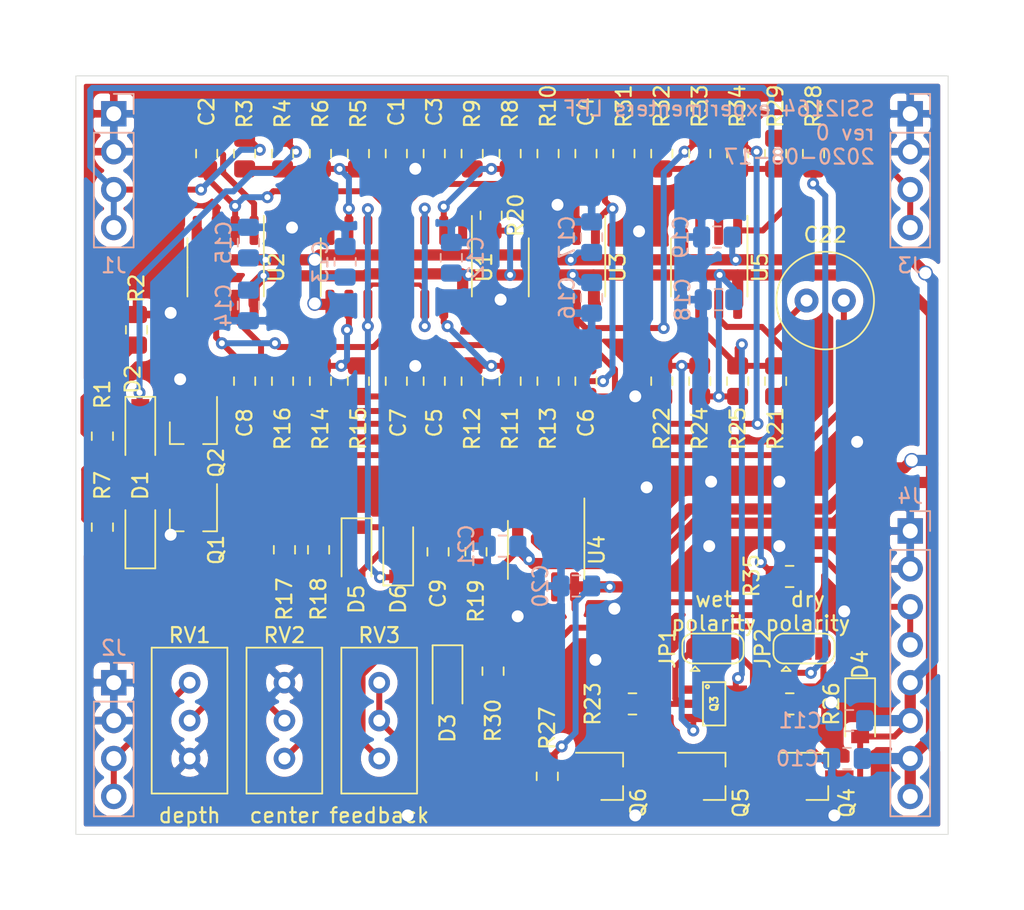
<source format=kicad_pcb>
(kicad_pcb (version 20171130) (host pcbnew 5.1.6-c6e7f7d~87~ubuntu18.04.1)
  (title_block (comment 1 creativecommons.org/licenses/by/4.0/) (comment 2 "License: CC by 4.0") (comment 3 "Author: "))
  (layers (0 F.Cu signal) (31 B.Cu signal) (34 B.Paste user) (35 F.Paste user) (36 B.SilkS user) (37 F.SilkS user) (38 B.Mask user) (39 F.Mask user) (44 Edge.Cuts user))
  (net 0 "")
  (net 1 +12V)
  (net 2 GND)
  (net 3 -12V)
  (net 4 "Net-(C1-Pad2)")
  (net 5 "Net-(C2-Pad2)")
  (net 6 /feedback_VCA/1_pole_v_in)
  (net 7 "Net-(C3-Pad2)")
  (net 8 "Net-(C4-Pad2)")
  (net 9 /feedback_VCA/2_pole_v_in)
  (net 10 "Net-(C5-Pad2)")
  (net 11 "Net-(C6-Pad2)")
  (net 12 /feedback_VCA/3_pole_v_in)
  (net 13 "Net-(C7-Pad2)")
  (net 14 "Net-(C8-Pad2)")
  (net 15 /feedback_VCA/4_pole_v_in)
  (net 16 "Net-(C9-Pad2)")
  (net 17 /low_pass_core/Vfc)
  (net 18 /low_pass_core/feedback_signal_v_in)
  (net 19 "Net-(C22-Pad1)")
  (net 20 "Net-(D1-Pad2)")
  (net 21 "Net-(D1-Pad1)")
  (net 22 "Net-(D2-Pad2)")
  (net 23 "Net-(D3-Pad1)")
  (net 24 /CV_scaler/raw_Vfc_in)
  (net 25 /feedback_VCA/feedback_CV_in)
  (net 26 "Net-(JP1-Pad2)")
  (net 27 "Net-(JP1-Pad3)")
  (net 28 "Net-(JP1-Pad1)")
  (net 29 "Net-(Q1-Pad1)")
  (net 30 "Net-(Q3-Pad6)")
  (net 31 "Net-(Q3-Pad1)")
  (net 32 "Net-(Q3-Pad3)")
  (net 33 "Net-(Q4-Pad1)")
  (net 34 "Net-(Q6-Pad2)")
  (net 35 "Net-(R3-Pad1)")
  (net 36 "Net-(R10-Pad2)")
  (net 37 "Net-(R11-Pad1)")
  (net 38 "Net-(R14-Pad1)")
  (net 39 "Net-(R17-Pad2)")
  (net 40 "Net-(R18-Pad2)")
  (net 41 "Net-(R20-Pad2)")
  (net 42 "Net-(R28-Pad1)")
  (net 43 "Net-(R29-Pad2)")
  (net 44 "Net-(U4-Pad6)")
  (net 45 "Net-(D5-Pad1)")
  (net 46 /dry_signal)
  (net 47 "Net-(JP2-Pad2)")
  (module Resistor_SMD:R_0805_2012Metric_Pad1.15x1.40mm_HandSolder (layer F.Cu) (at 139.2428 99.568 180)
    (fp_text reference R35 (at 2.54 0.0508 90) (layer F.SilkS))
    (fp_text value opt)
    (pad 2 smd roundrect (at 1.025 0 180) (size 1.15 1.4) (layers F.Cu F.Paste F.Mask) (roundrect_rratio 0.217391) (net 46 /dry_signal))
    (pad 1 smd roundrect (at -1.025 0 180) (size 1.15 1.4) (layers F.Cu F.Paste F.Mask) (roundrect_rratio 0.217391) (net 47 "Net-(JP2-Pad2)"))
  )
  (module Jumper:SolderJumper-3_P1.3mm_Open_RoundedPad1.0x1.5mm (layer F.Cu) (at 140.208 104.394)
    (fp_text reference JP2 (at -2.764 0 90) (layer F.SilkS))
    (fp_text value dry_polarity_jumper)
    (pad 2 smd rect (at 0 0) (size 1 1.5) (layers F.Cu F.Mask) (net 47 "Net-(JP2-Pad2)"))
    (pad 3 smd custom (at 1.3 0) (size 1 0.5) (layers F.Cu F.Mask) (net 27 "Net-(JP1-Pad3)") (options (clearance outline) (anchor rect)) (primitives (gr_circle (center 0 0.25) (end 0.5 0.25) (width 0)) (gr_circle (center 0 -0.25) (end 0.5 -0.25) (width 0)) (gr_poly (pts (xy -0.55 -0.75) (xy 0 -0.75) (xy 0 0.75) (xy -0.55 0.75)) (width 0))))
    (pad 1 smd custom (at -1.3 0) (size 1 0.5) (layers F.Cu F.Mask) (net 28 "Net-(JP1-Pad1)") (options (clearance outline) (anchor rect)) (primitives (gr_circle (center 0 0.25) (end 0.5 0.25) (width 0)) (gr_circle (center 0 -0.25) (end 0.5 -0.25) (width 0)) (gr_poly (pts (xy 0.55 -0.75) (xy 0 -0.75) (xy 0 0.75) (xy 0.55 0.75)) (width 0))))
  )
  (module Diode_SMD:D_SOD-123 (layer F.Cu) (at 113.03 97.918 90)
    (fp_text reference D6 (at -3.175 0 90) (layer F.SilkS))
    (fp_text value 1N4148W)
    (pad 2 smd rect (at 1.65 0 90) (size 0.9 1.2) (layers F.Cu F.Paste F.Mask) (net 45 "Net-(D5-Pad1)"))
    (pad 1 smd rect (at -1.65 0 90) (size 0.9 1.2) (layers F.Cu F.Paste F.Mask) (net 17 /low_pass_core/Vfc))
  )
  (module Diode_SMD:D_SOD-123 (layer F.Cu) (at 110.236 97.917 270)
    (fp_text reference D5 (at 3.175 0 90) (layer F.SilkS))
    (fp_text value 1N4148W)
    (pad 2 smd rect (at 1.65 0 270) (size 0.9 1.2) (layers F.Cu F.Paste F.Mask) (net 16 "Net-(C9-Pad2)"))
    (pad 1 smd rect (at -1.65 0 270) (size 0.9 1.2) (layers F.Cu F.Paste F.Mask) (net 45 "Net-(D5-Pad1)"))
  )
  (module Capacitor_THT:C_Radial_D6.3mm_H5.0mm_P2.50mm (layer F.Cu) (at 140.375 81.0895)
    (fp_text reference C22 (at 1.25 -4.4) (layer F.SilkS))
    (fp_text value 10uF)
    (pad 2 thru_hole circle (at 2.5 0) (size 1.6 1.6) (drill 0.8) (layers *.Cu *.Mask) (net 18 /low_pass_core/feedback_signal_v_in))
    (pad 1 thru_hole circle (at 0 0) (size 1.6 1.6) (drill 0.8) (layers *.Cu *.Mask) (net 19 "Net-(C22-Pad1)"))
  )
  (module Package_SO:SOIC-8_3.9x4.9mm_P1.27mm (layer F.Cu) (at 133.858 78.867 270)
    (fp_text reference U5 (at 0 -3.4 90) (layer F.SilkS))
    (fp_text value TL072)
    (pad 8 smd roundrect (at 2.475 -1.905 270) (size 1.95 0.6) (layers F.Cu F.Paste F.Mask) (net 1 +12V))
    (pad 7 smd roundrect (at 2.475 -0.635 270) (size 1.95 0.6) (layers F.Cu F.Paste F.Mask) (net 19 "Net-(C22-Pad1)"))
    (pad 6 smd roundrect (at 2.475 0.635 270) (size 1.95 0.6) (layers F.Cu F.Paste F.Mask) (net 30 "Net-(Q3-Pad6)"))
    (pad 5 smd roundrect (at 2.475 1.905 270) (size 1.95 0.6) (layers F.Cu F.Paste F.Mask) (net 32 "Net-(Q3-Pad3)"))
    (pad 4 smd roundrect (at -2.475 1.905 270) (size 1.95 0.6) (layers F.Cu F.Paste F.Mask) (net 3 -12V))
    (pad 3 smd roundrect (at -2.475 0.635 270) (size 1.95 0.6) (layers F.Cu F.Paste F.Mask) (net 2 GND))
    (pad 2 smd roundrect (at -2.475 -0.635 270) (size 1.95 0.6) (layers F.Cu F.Paste F.Mask) (net 43 "Net-(R29-Pad2)"))
    (pad 1 smd roundrect (at -2.475 -1.905 270) (size 1.95 0.6) (layers F.Cu F.Paste F.Mask) (net 42 "Net-(R28-Pad1)"))
  )
  (module Package_SO:SOIC-8_3.9x4.9mm_P1.27mm (layer F.Cu) (at 122.936 97.79 270)
    (fp_text reference U4 (at 0 -3.4 90) (layer F.SilkS))
    (fp_text value TL072)
    (pad 8 smd roundrect (at 2.475 -1.905 270) (size 1.95 0.6) (layers F.Cu F.Paste F.Mask) (net 1 +12V))
    (pad 7 smd roundrect (at 2.475 -0.635 270) (size 1.95 0.6) (layers F.Cu F.Paste F.Mask) (net 44 "Net-(U4-Pad6)"))
    (pad 6 smd roundrect (at 2.475 0.635 270) (size 1.95 0.6) (layers F.Cu F.Paste F.Mask) (net 44 "Net-(U4-Pad6)"))
    (pad 5 smd roundrect (at 2.475 1.905 270) (size 1.95 0.6) (layers F.Cu F.Paste F.Mask) (net 2 GND))
    (pad 4 smd roundrect (at -2.475 1.905 270) (size 1.95 0.6) (layers F.Cu F.Paste F.Mask) (net 3 -12V))
    (pad 3 smd roundrect (at -2.475 0.635 270) (size 1.95 0.6) (layers F.Cu F.Paste F.Mask) (net 2 GND))
    (pad 2 smd roundrect (at -2.475 -0.635 270) (size 1.95 0.6) (layers F.Cu F.Paste F.Mask) (net 16 "Net-(C9-Pad2)"))
    (pad 1 smd roundrect (at -2.475 -1.905 270) (size 1.95 0.6) (layers F.Cu F.Paste F.Mask) (net 45 "Net-(D5-Pad1)"))
  )
  (module Package_SO:SOIC-8_3.9x4.9mm_P1.27mm (layer F.Cu) (at 124.333 78.867 270)
    (fp_text reference U3 (at 0 -3.4 90) (layer F.SilkS))
    (fp_text value TL072)
    (pad 8 smd roundrect (at 2.475 -1.905 270) (size 1.95 0.6) (layers F.Cu F.Paste F.Mask) (net 1 +12V))
    (pad 7 smd roundrect (at 2.475 -0.635 270) (size 1.95 0.6) (layers F.Cu F.Paste F.Mask) (net 12 /feedback_VCA/3_pole_v_in))
    (pad 6 smd roundrect (at 2.475 0.635 270) (size 1.95 0.6) (layers F.Cu F.Paste F.Mask) (net 11 "Net-(C6-Pad2)"))
    (pad 5 smd roundrect (at 2.475 1.905 270) (size 1.95 0.6) (layers F.Cu F.Paste F.Mask) (net 2 GND))
    (pad 4 smd roundrect (at -2.475 1.905 270) (size 1.95 0.6) (layers F.Cu F.Paste F.Mask) (net 3 -12V))
    (pad 3 smd roundrect (at -2.475 0.635 270) (size 1.95 0.6) (layers F.Cu F.Paste F.Mask) (net 2 GND))
    (pad 2 smd roundrect (at -2.475 -0.635 270) (size 1.95 0.6) (layers F.Cu F.Paste F.Mask) (net 8 "Net-(C4-Pad2)"))
    (pad 1 smd roundrect (at -2.475 -1.905 270) (size 1.95 0.6) (layers F.Cu F.Paste F.Mask) (net 9 /feedback_VCA/2_pole_v_in))
  )
  (module Package_SO:SOIC-8_3.9x4.9mm_P1.27mm (layer F.Cu) (at 101.473 78.867 270)
    (fp_text reference U2 (at 0 -3.4 90) (layer F.SilkS))
    (fp_text value TL072)
    (pad 8 smd roundrect (at 2.475 -1.905 270) (size 1.95 0.6) (layers F.Cu F.Paste F.Mask) (net 1 +12V))
    (pad 7 smd roundrect (at 2.475 -0.635 270) (size 1.95 0.6) (layers F.Cu F.Paste F.Mask) (net 15 /feedback_VCA/4_pole_v_in))
    (pad 6 smd roundrect (at 2.475 0.635 270) (size 1.95 0.6) (layers F.Cu F.Paste F.Mask) (net 14 "Net-(C8-Pad2)"))
    (pad 5 smd roundrect (at 2.475 1.905 270) (size 1.95 0.6) (layers F.Cu F.Paste F.Mask) (net 2 GND))
    (pad 4 smd roundrect (at -2.475 1.905 270) (size 1.95 0.6) (layers F.Cu F.Paste F.Mask) (net 3 -12V))
    (pad 3 smd roundrect (at -2.475 0.635 270) (size 1.95 0.6) (layers F.Cu F.Paste F.Mask) (net 2 GND))
    (pad 2 smd roundrect (at -2.475 -0.635 270) (size 1.95 0.6) (layers F.Cu F.Paste F.Mask) (net 5 "Net-(C2-Pad2)"))
    (pad 1 smd roundrect (at -2.475 -1.905 270) (size 1.95 0.6) (layers F.Cu F.Paste F.Mask) (net 6 /feedback_VCA/1_pole_v_in))
  )
  (module Package_SO:SOIC-16_3.9x9.9mm_P1.27mm (layer F.Cu) (at 112.903 78.867 270)
    (fp_text reference U1 (at 0 -5.9 90) (layer F.SilkS))
    (fp_text value SSM2164)
    (pad 16 smd roundrect (at 2.475 -4.445 270) (size 1.95 0.6) (layers F.Cu F.Paste F.Mask) (net 1 +12V))
    (pad 15 smd roundrect (at 2.475 -3.175 270) (size 1.95 0.6) (layers F.Cu F.Paste F.Mask) (net 37 "Net-(R11-Pad1)"))
    (pad 14 smd roundrect (at 2.475 -1.905 270) (size 1.95 0.6) (layers F.Cu F.Paste F.Mask) (net 17 /low_pass_core/Vfc))
    (pad 13 smd roundrect (at 2.475 -0.635 270) (size 1.95 0.6) (layers F.Cu F.Paste F.Mask) (net 11 "Net-(C6-Pad2)"))
    (pad 12 smd roundrect (at 2.475 0.635 270) (size 1.95 0.6) (layers F.Cu F.Paste F.Mask) (net 14 "Net-(C8-Pad2)"))
    (pad 11 smd roundrect (at 2.475 1.905 270) (size 1.95 0.6) (layers F.Cu F.Paste F.Mask) (net 17 /low_pass_core/Vfc))
    (pad 10 smd roundrect (at 2.475 3.175 270) (size 1.95 0.6) (layers F.Cu F.Paste F.Mask) (net 38 "Net-(R14-Pad1)"))
    (pad 9 smd roundrect (at 2.475 4.445 270) (size 1.95 0.6) (layers F.Cu F.Paste F.Mask) (net 3 -12V))
    (pad 8 smd roundrect (at -2.475 4.445 270) (size 1.95 0.6) (layers F.Cu F.Paste F.Mask) (net 2 GND))
    (pad 7 smd roundrect (at -2.475 3.175 270) (size 1.95 0.6) (layers F.Cu F.Paste F.Mask) (net 35 "Net-(R3-Pad1)"))
    (pad 6 smd roundrect (at -2.475 1.905 270) (size 1.95 0.6) (layers F.Cu F.Paste F.Mask) (net 17 /low_pass_core/Vfc))
    (pad 5 smd roundrect (at -2.475 0.635 270) (size 1.95 0.6) (layers F.Cu F.Paste F.Mask) (net 5 "Net-(C2-Pad2)"))
    (pad 4 smd roundrect (at -2.475 -0.635 270) (size 1.95 0.6) (layers F.Cu F.Paste F.Mask) (net 8 "Net-(C4-Pad2)"))
    (pad 3 smd roundrect (at -2.475 -1.905 270) (size 1.95 0.6) (layers F.Cu F.Paste F.Mask) (net 17 /low_pass_core/Vfc))
    (pad 2 smd roundrect (at -2.475 -3.175 270) (size 1.95 0.6) (layers F.Cu F.Paste F.Mask) (net 36 "Net-(R10-Pad2)"))
    (pad 1 smd roundrect (at -2.475 -4.445 270) (size 1.95 0.6) (layers F.Cu F.Paste F.Mask) (net 41 "Net-(R20-Pad2)"))
  )
  (module Potentiometer_THT:Potentiometer_Bourns_3296W_Vertical (layer F.Cu) (at 111.76 111.76 270)
    (fp_text reference RV3 (at -8.255 0 180) (layer F.SilkS))
    (fp_text value 50k)
    (pad 3 thru_hole circle (at -5.08 0 270) (size 1.44 1.44) (drill 0.8) (layers *.Cu *.Mask) (net 34 "Net-(Q6-Pad2)"))
    (pad 2 thru_hole circle (at -2.54 0 270) (size 1.44 1.44) (drill 0.8) (layers *.Cu *.Mask) (net 34 "Net-(Q6-Pad2)"))
    (pad 1 thru_hole circle (at 0 0 270) (size 1.44 1.44) (drill 0.8) (layers *.Cu *.Mask) (net 23 "Net-(D3-Pad1)"))
  )
  (module Potentiometer_THT:Potentiometer_Bourns_3296W_Vertical (layer F.Cu) (at 105.41 111.76 270)
    (fp_text reference RV2 (at -8.255 0 180) (layer F.SilkS))
    (fp_text value 10k)
    (pad 3 thru_hole circle (at -5.08 0 270) (size 1.44 1.44) (drill 0.8) (layers *.Cu *.Mask) (net 2 GND))
    (pad 2 thru_hole circle (at -2.54 0 270) (size 1.44 1.44) (drill 0.8) (layers *.Cu *.Mask) (net 40 "Net-(R18-Pad2)"))
    (pad 1 thru_hole circle (at 0 0 270) (size 1.44 1.44) (drill 0.8) (layers *.Cu *.Mask) (net 3 -12V))
  )
  (module Potentiometer_THT:Potentiometer_Bourns_3296W_Vertical (layer F.Cu) (at 99.06 111.76 270)
    (fp_text reference RV1 (at -8.255 0 180) (layer F.SilkS))
    (fp_text value 10k)
    (pad 3 thru_hole circle (at -5.08 0 270) (size 1.44 1.44) (drill 0.8) (layers *.Cu *.Mask) (net 24 /CV_scaler/raw_Vfc_in))
    (pad 2 thru_hole circle (at -2.54 0 270) (size 1.44 1.44) (drill 0.8) (layers *.Cu *.Mask) (net 39 "Net-(R17-Pad2)"))
    (pad 1 thru_hole circle (at 0 0 270) (size 1.44 1.44) (drill 0.8) (layers *.Cu *.Mask) (net 2 GND))
  )
  (module Resistor_SMD:R_0805_2012Metric_Pad1.15x1.40mm_HandSolder (layer F.Cu) (at 135.763 71.247 270)
    (fp_text reference R34 (at -3.175 0 90) (layer F.SilkS))
    (fp_text value opt)
    (pad 2 smd roundrect (at 1.025 0 270) (size 1.15 1.4) (layers F.Cu F.Paste F.Mask) (roundrect_rratio 0.217391) (net 43 "Net-(R29-Pad2)"))
    (pad 1 smd roundrect (at -1.025 0 270) (size 1.15 1.4) (layers F.Cu F.Paste F.Mask) (roundrect_rratio 0.217391) (net 15 /feedback_VCA/4_pole_v_in))
  )
  (module Resistor_SMD:R_0805_2012Metric_Pad1.15x1.40mm_HandSolder (layer F.Cu) (at 133.223 71.247 90)
    (fp_text reference R33 (at 3.175 0 90) (layer F.SilkS))
    (fp_text value opt)
    (pad 2 smd roundrect (at 1.025 0 90) (size 1.15 1.4) (layers F.Cu F.Paste F.Mask) (roundrect_rratio 0.217391) (net 12 /feedback_VCA/3_pole_v_in))
    (pad 1 smd roundrect (at -1.025 0 90) (size 1.15 1.4) (layers F.Cu F.Paste F.Mask) (roundrect_rratio 0.217391) (net 43 "Net-(R29-Pad2)"))
  )
  (module Resistor_SMD:R_0805_2012Metric_Pad1.15x1.40mm_HandSolder (layer F.Cu) (at 130.683 71.247 90)
    (fp_text reference R32 (at 3.175 0 90) (layer F.SilkS))
    (fp_text value opt)
    (pad 2 smd roundrect (at 1.025 0 90) (size 1.15 1.4) (layers F.Cu F.Paste F.Mask) (roundrect_rratio 0.217391) (net 9 /feedback_VCA/2_pole_v_in))
    (pad 1 smd roundrect (at -1.025 0 90) (size 1.15 1.4) (layers F.Cu F.Paste F.Mask) (roundrect_rratio 0.217391) (net 43 "Net-(R29-Pad2)"))
  )
  (module Resistor_SMD:R_0805_2012Metric_Pad1.15x1.40mm_HandSolder (layer F.Cu) (at 128.143 71.247 90)
    (fp_text reference R31 (at 3.175 0 90) (layer F.SilkS))
    (fp_text value opt)
    (pad 2 smd roundrect (at 1.025 0 90) (size 1.15 1.4) (layers F.Cu F.Paste F.Mask) (roundrect_rratio 0.217391) (net 6 /feedback_VCA/1_pole_v_in))
    (pad 1 smd roundrect (at -1.025 0 90) (size 1.15 1.4) (layers F.Cu F.Paste F.Mask) (roundrect_rratio 0.217391) (net 43 "Net-(R29-Pad2)"))
  )
  (module Resistor_SMD:R_0805_2012Metric_Pad1.15x1.40mm_HandSolder (layer F.Cu) (at 119.38 105.909 90)
    (fp_text reference R30 (at -3.311 0 270) (layer F.SilkS))
    (fp_text value 7k5)
    (pad 2 smd roundrect (at 1.025 0 90) (size 1.15 1.4) (layers F.Cu F.Paste F.Mask) (roundrect_rratio 0.217391) (net 23 "Net-(D3-Pad1)"))
    (pad 1 smd roundrect (at -1.025 0 90) (size 1.15 1.4) (layers F.Cu F.Paste F.Mask) (roundrect_rratio 0.217391) (net 25 /feedback_VCA/feedback_CV_in))
  )
  (module Resistor_SMD:R_0805_2012Metric_Pad1.15x1.40mm_HandSolder (layer F.Cu) (at 138.303 71.247 270)
    (fp_text reference R29 (at -3.175 0 90) (layer F.SilkS))
    (fp_text value 10k)
    (pad 2 smd roundrect (at 1.025 0 270) (size 1.15 1.4) (layers F.Cu F.Paste F.Mask) (roundrect_rratio 0.217391) (net 43 "Net-(R29-Pad2)"))
    (pad 1 smd roundrect (at -1.025 0 270) (size 1.15 1.4) (layers F.Cu F.Paste F.Mask) (roundrect_rratio 0.217391) (net 42 "Net-(R28-Pad1)"))
  )
  (module Resistor_SMD:R_0805_2012Metric_Pad1.15x1.40mm_HandSolder (layer F.Cu) (at 140.843 71.247 270)
    (fp_text reference R28 (at -3.175 0 90) (layer F.SilkS))
    (fp_text value 82k)
    (pad 2 smd roundrect (at 1.025 0 270) (size 1.15 1.4) (layers F.Cu F.Paste F.Mask) (roundrect_rratio 0.217391) (net 26 "Net-(JP1-Pad2)"))
    (pad 1 smd roundrect (at -1.025 0 270) (size 1.15 1.4) (layers F.Cu F.Paste F.Mask) (roundrect_rratio 0.217391) (net 42 "Net-(R28-Pad1)"))
  )
  (module Resistor_SMD:R_0805_2012Metric_Pad1.15x1.40mm_HandSolder (layer F.Cu) (at 123.0122 112.9538 90)
    (fp_text reference R27 (at 3.2258 0 270) (layer F.SilkS))
    (fp_text value 680k)
    (pad 2 smd roundrect (at 1.025 0 90) (size 1.15 1.4) (layers F.Cu F.Paste F.Mask) (roundrect_rratio 0.217391) (net 1 +12V))
    (pad 1 smd roundrect (at -1.025 0 90) (size 1.15 1.4) (layers F.Cu F.Paste F.Mask) (roundrect_rratio 0.217391) (net 34 "Net-(Q6-Pad2)"))
  )
  (module Resistor_SMD:R_0805_2012Metric_Pad1.15x1.40mm_HandSolder (layer F.Cu) (at 139.2518 108.1024 180)
    (fp_text reference R26 (at -2.794 0 90) (layer F.SilkS))
    (fp_text value 220)
    (pad 2 smd roundrect (at 1.025 0 180) (size 1.15 1.4) (layers F.Cu F.Paste F.Mask) (roundrect_rratio 0.217391) (net 27 "Net-(JP1-Pad3)"))
    (pad 1 smd roundrect (at -1.025 0 180) (size 1.15 1.4) (layers F.Cu F.Paste F.Mask) (roundrect_rratio 0.217391) (net 2 GND))
  )
  (module Resistor_SMD:R_0805_2012Metric_Pad1.15x1.40mm_HandSolder (layer F.Cu) (at 135.763 86.487 270)
    (fp_text reference R25 (at 3.175 0 90) (layer F.SilkS))
    (fp_text value 47k)
    (pad 2 smd roundrect (at 1.025 0 270) (size 1.15 1.4) (layers F.Cu F.Paste F.Mask) (roundrect_rratio 0.217391) (net 1 +12V))
    (pad 1 smd roundrect (at -1.025 0 270) (size 1.15 1.4) (layers F.Cu F.Paste F.Mask) (roundrect_rratio 0.217391) (net 30 "Net-(Q3-Pad6)"))
  )
  (module Resistor_SMD:R_0805_2012Metric_Pad1.15x1.40mm_HandSolder (layer F.Cu) (at 133.223 86.487 270)
    (fp_text reference R24 (at 3.175 0 90) (layer F.SilkS))
    (fp_text value 47k)
    (pad 2 smd roundrect (at 1.025 0 270) (size 1.15 1.4) (layers F.Cu F.Paste F.Mask) (roundrect_rratio 0.217391) (net 1 +12V))
    (pad 1 smd roundrect (at -1.025 0 270) (size 1.15 1.4) (layers F.Cu F.Paste F.Mask) (roundrect_rratio 0.217391) (net 32 "Net-(Q3-Pad3)"))
  )
  (module Resistor_SMD:R_0805_2012Metric_Pad1.15x1.40mm_HandSolder (layer F.Cu) (at 128.7182 108.1024)
    (fp_text reference R23 (at -2.658 0 90) (layer F.SilkS))
    (fp_text value 220)
    (pad 2 smd roundrect (at 1.025 0) (size 1.15 1.4) (layers F.Cu F.Paste F.Mask) (roundrect_rratio 0.217391) (net 28 "Net-(JP1-Pad1)"))
    (pad 1 smd roundrect (at -1.025 0) (size 1.15 1.4) (layers F.Cu F.Paste F.Mask) (roundrect_rratio 0.217391) (net 2 GND))
  )
  (module Resistor_SMD:R_0805_2012Metric_Pad1.15x1.40mm_HandSolder (layer F.Cu) (at 130.683 86.487 90)
    (fp_text reference R22 (at -3.175 0 90) (layer F.SilkS))
    (fp_text value 220k)
    (pad 2 smd roundrect (at 1.025 0 90) (size 1.15 1.4) (layers F.Cu F.Paste F.Mask) (roundrect_rratio 0.217391) (net 32 "Net-(Q3-Pad3)"))
    (pad 1 smd roundrect (at -1.025 0 90) (size 1.15 1.4) (layers F.Cu F.Paste F.Mask) (roundrect_rratio 0.217391) (net 2 GND))
  )
  (module Resistor_SMD:R_0805_2012Metric_Pad1.15x1.40mm_HandSolder (layer F.Cu) (at 138.303 86.487 270)
    (fp_text reference R21 (at 3.175 0 90) (layer F.SilkS))
    (fp_text value 220k)
    (pad 2 smd roundrect (at 1.025 0 270) (size 1.15 1.4) (layers F.Cu F.Paste F.Mask) (roundrect_rratio 0.217391) (net 19 "Net-(C22-Pad1)"))
    (pad 1 smd roundrect (at -1.025 0 270) (size 1.15 1.4) (layers F.Cu F.Paste F.Mask) (roundrect_rratio 0.217391) (net 30 "Net-(Q3-Pad6)"))
  )
  (module Resistor_SMD:R_0805_2012Metric_Pad1.15x1.40mm_HandSolder (layer F.Cu) (at 119.253 75.3835 90)
    (fp_text reference R20 (at 0.009 1.651 90) (layer F.SilkS))
    (fp_text value opt)
    (pad 2 smd roundrect (at 1.025 0 90) (size 1.15 1.4) (layers F.Cu F.Paste F.Mask) (roundrect_rratio 0.217391) (net 41 "Net-(R20-Pad2)"))
    (pad 1 smd roundrect (at -1.025 0 90) (size 1.15 1.4) (layers F.Cu F.Paste F.Mask) (roundrect_rratio 0.217391) (net 1 +12V))
  )
  (module Resistor_SMD:R_0805_2012Metric_Pad1.15x1.40mm_HandSolder (layer F.Cu) (at 118.237 97.917 90)
    (fp_text reference R19 (at -3.302 0 90) (layer F.SilkS))
    (fp_text value 150k)
    (pad 2 smd roundrect (at 1.025 0 90) (size 1.15 1.4) (layers F.Cu F.Paste F.Mask) (roundrect_rratio 0.217391) (net 16 "Net-(C9-Pad2)"))
    (pad 1 smd roundrect (at -1.025 0 90) (size 1.15 1.4) (layers F.Cu F.Paste F.Mask) (roundrect_rratio 0.217391) (net 17 /low_pass_core/Vfc))
  )
  (module Resistor_SMD:R_0805_2012Metric_Pad1.15x1.40mm_HandSolder (layer F.Cu) (at 107.696 97.781 270)
    (fp_text reference R18 (at 3.302 0 90) (layer F.SilkS))
    (fp_text value 820k)
    (pad 2 smd roundrect (at 1.025 0 270) (size 1.15 1.4) (layers F.Cu F.Paste F.Mask) (roundrect_rratio 0.217391) (net 40 "Net-(R18-Pad2)"))
    (pad 1 smd roundrect (at -1.025 0 270) (size 1.15 1.4) (layers F.Cu F.Paste F.Mask) (roundrect_rratio 0.217391) (net 16 "Net-(C9-Pad2)"))
  )
  (module Resistor_SMD:R_0805_2012Metric_Pad1.15x1.40mm_HandSolder (layer F.Cu) (at 105.41 97.781 270)
    (fp_text reference R17 (at 3.302 0 90) (layer F.SilkS))
    (fp_text value 100k)
    (pad 2 smd roundrect (at 1.025 0 270) (size 1.15 1.4) (layers F.Cu F.Paste F.Mask) (roundrect_rratio 0.217391) (net 39 "Net-(R17-Pad2)"))
    (pad 1 smd roundrect (at -1.025 0 270) (size 1.15 1.4) (layers F.Cu F.Paste F.Mask) (roundrect_rratio 0.217391) (net 16 "Net-(C9-Pad2)"))
  )
  (module Resistor_SMD:R_0805_2012Metric_Pad1.15x1.40mm_HandSolder (layer F.Cu) (at 105.283 86.487 90)
    (fp_text reference R16 (at -3.175 0 90) (layer F.SilkS))
    (fp_text value 15k)
    (pad 2 smd roundrect (at 1.025 0 90) (size 1.15 1.4) (layers F.Cu F.Paste F.Mask) (roundrect_rratio 0.217391) (net 38 "Net-(R14-Pad1)"))
    (pad 1 smd roundrect (at -1.025 0 90) (size 1.15 1.4) (layers F.Cu F.Paste F.Mask) (roundrect_rratio 0.217391) (net 15 /feedback_VCA/4_pole_v_in))
  )
  (module Resistor_SMD:R_0805_2012Metric_Pad1.15x1.40mm_HandSolder (layer F.Cu) (at 110.363 86.487 90)
    (fp_text reference R15 (at -3.175 0 90) (layer F.SilkS))
    (fp_text value 180)
    (pad 2 smd roundrect (at 1.025 0 90) (size 1.15 1.4) (layers F.Cu F.Paste F.Mask) (roundrect_rratio 0.217391) (net 38 "Net-(R14-Pad1)"))
    (pad 1 smd roundrect (at -1.025 0 90) (size 1.15 1.4) (layers F.Cu F.Paste F.Mask) (roundrect_rratio 0.217391) (net 13 "Net-(C7-Pad2)"))
  )
  (module Resistor_SMD:R_0805_2012Metric_Pad1.15x1.40mm_HandSolder (layer F.Cu) (at 107.823 86.487 270)
    (fp_text reference R14 (at 3.175 0 90) (layer F.SilkS))
    (fp_text value 15k)
    (pad 2 smd roundrect (at 1.025 0 270) (size 1.15 1.4) (layers F.Cu F.Paste F.Mask) (roundrect_rratio 0.217391) (net 12 /feedback_VCA/3_pole_v_in))
    (pad 1 smd roundrect (at -1.025 0 270) (size 1.15 1.4) (layers F.Cu F.Paste F.Mask) (roundrect_rratio 0.217391) (net 38 "Net-(R14-Pad1)"))
  )
  (module Resistor_SMD:R_0805_2012Metric_Pad1.15x1.40mm_HandSolder (layer F.Cu) (at 123.063 86.487 90)
    (fp_text reference R13 (at -3.175 0 90) (layer F.SilkS))
    (fp_text value 15k)
    (pad 2 smd roundrect (at 1.025 0 90) (size 1.15 1.4) (layers F.Cu F.Paste F.Mask) (roundrect_rratio 0.217391) (net 37 "Net-(R11-Pad1)"))
    (pad 1 smd roundrect (at -1.025 0 90) (size 1.15 1.4) (layers F.Cu F.Paste F.Mask) (roundrect_rratio 0.217391) (net 12 /feedback_VCA/3_pole_v_in))
  )
  (module Resistor_SMD:R_0805_2012Metric_Pad1.15x1.40mm_HandSolder (layer F.Cu) (at 117.983 86.487 90)
    (fp_text reference R12 (at -3.175 0 90) (layer F.SilkS))
    (fp_text value 180)
    (pad 2 smd roundrect (at 1.025 0 90) (size 1.15 1.4) (layers F.Cu F.Paste F.Mask) (roundrect_rratio 0.217391) (net 37 "Net-(R11-Pad1)"))
    (pad 1 smd roundrect (at -1.025 0 90) (size 1.15 1.4) (layers F.Cu F.Paste F.Mask) (roundrect_rratio 0.217391) (net 10 "Net-(C5-Pad2)"))
  )
  (module Resistor_SMD:R_0805_2012Metric_Pad1.15x1.40mm_HandSolder (layer F.Cu) (at 120.523 86.487 270)
    (fp_text reference R11 (at 3.175 0 90) (layer F.SilkS))
    (fp_text value 15k)
    (pad 2 smd roundrect (at 1.025 0 270) (size 1.15 1.4) (layers F.Cu F.Paste F.Mask) (roundrect_rratio 0.217391) (net 9 /feedback_VCA/2_pole_v_in))
    (pad 1 smd roundrect (at -1.025 0 270) (size 1.15 1.4) (layers F.Cu F.Paste F.Mask) (roundrect_rratio 0.217391) (net 37 "Net-(R11-Pad1)"))
  )
  (module Resistor_SMD:R_0805_2012Metric_Pad1.15x1.40mm_HandSolder (layer F.Cu) (at 123.063 71.247 270)
    (fp_text reference R10 (at -3.175 0 90) (layer F.SilkS))
    (fp_text value 15k)
    (pad 2 smd roundrect (at 1.025 0 270) (size 1.15 1.4) (layers F.Cu F.Paste F.Mask) (roundrect_rratio 0.217391) (net 36 "Net-(R10-Pad2)"))
    (pad 1 smd roundrect (at -1.025 0 270) (size 1.15 1.4) (layers F.Cu F.Paste F.Mask) (roundrect_rratio 0.217391) (net 9 /feedback_VCA/2_pole_v_in))
  )
  (module Resistor_SMD:R_0805_2012Metric_Pad1.15x1.40mm_HandSolder (layer F.Cu) (at 117.983 71.247 270)
    (fp_text reference R9 (at -2.667 0 90) (layer F.SilkS))
    (fp_text value 180)
    (pad 2 smd roundrect (at 1.025 0 270) (size 1.15 1.4) (layers F.Cu F.Paste F.Mask) (roundrect_rratio 0.217391) (net 36 "Net-(R10-Pad2)"))
    (pad 1 smd roundrect (at -1.025 0 270) (size 1.15 1.4) (layers F.Cu F.Paste F.Mask) (roundrect_rratio 0.217391) (net 7 "Net-(C3-Pad2)"))
  )
  (module Resistor_SMD:R_0805_2012Metric_Pad1.15x1.40mm_HandSolder (layer F.Cu) (at 120.523 71.247 90)
    (fp_text reference R8 (at 2.667 0 90) (layer F.SilkS))
    (fp_text value 15k)
    (pad 2 smd roundrect (at 1.025 0 90) (size 1.15 1.4) (layers F.Cu F.Paste F.Mask) (roundrect_rratio 0.217391) (net 6 /feedback_VCA/1_pole_v_in))
    (pad 1 smd roundrect (at -1.025 0 90) (size 1.15 1.4) (layers F.Cu F.Paste F.Mask) (roundrect_rratio 0.217391) (net 36 "Net-(R10-Pad2)"))
  )
  (module Resistor_SMD:R_0805_2012Metric_Pad1.15x1.40mm_HandSolder (layer F.Cu) (at 93.218 96.266 90)
    (fp_text reference R7 (at 2.794 0 90) (layer F.SilkS))
    (fp_text value 510)
    (pad 2 smd roundrect (at 1.025 0 90) (size 1.15 1.4) (layers F.Cu F.Paste F.Mask) (roundrect_rratio 0.217391) (net 20 "Net-(D1-Pad2)"))
    (pad 1 smd roundrect (at -1.025 0 90) (size 1.15 1.4) (layers F.Cu F.Paste F.Mask) (roundrect_rratio 0.217391) (net 18 /low_pass_core/feedback_signal_v_in))
  )
  (module Resistor_SMD:R_0805_2012Metric_Pad1.15x1.40mm_HandSolder (layer F.Cu) (at 107.823 71.247 270)
    (fp_text reference R6 (at -2.667 0 90) (layer F.SilkS))
    (fp_text value 15k)
    (pad 2 smd roundrect (at 1.025 0 270) (size 1.15 1.4) (layers F.Cu F.Paste F.Mask) (roundrect_rratio 0.217391) (net 35 "Net-(R3-Pad1)"))
    (pad 1 smd roundrect (at -1.025 0 270) (size 1.15 1.4) (layers F.Cu F.Paste F.Mask) (roundrect_rratio 0.217391) (net 6 /feedback_VCA/1_pole_v_in))
  )
  (module Resistor_SMD:R_0805_2012Metric_Pad1.15x1.40mm_HandSolder (layer F.Cu) (at 110.363 71.247 270)
    (fp_text reference R5 (at -2.667 0 90) (layer F.SilkS))
    (fp_text value opt)
    (pad 2 smd roundrect (at 1.025 0 270) (size 1.15 1.4) (layers F.Cu F.Paste F.Mask) (roundrect_rratio 0.217391) (net 35 "Net-(R3-Pad1)"))
    (pad 1 smd roundrect (at -1.025 0 270) (size 1.15 1.4) (layers F.Cu F.Paste F.Mask) (roundrect_rratio 0.217391) (net 4 "Net-(C1-Pad2)"))
  )
  (module Resistor_SMD:R_0805_2012Metric_Pad1.15x1.40mm_HandSolder (layer F.Cu) (at 105.283 71.247 90)
    (fp_text reference R4 (at 2.667 0 90) (layer F.SilkS))
    (fp_text value opt)
    (pad 2 smd roundrect (at 1.025 0 90) (size 1.15 1.4) (layers F.Cu F.Paste F.Mask) (roundrect_rratio 0.217391) (net 20 "Net-(D1-Pad2)"))
    (pad 1 smd roundrect (at -1.025 0 90) (size 1.15 1.4) (layers F.Cu F.Paste F.Mask) (roundrect_rratio 0.217391) (net 35 "Net-(R3-Pad1)"))
  )
  (module Resistor_SMD:R_0805_2012Metric_Pad1.15x1.40mm_HandSolder (layer F.Cu) (at 102.743 71.247 90)
    (fp_text reference R3 (at 2.667 0 90) (layer F.SilkS))
    (fp_text value 15k)
    (pad 2 smd roundrect (at 1.025 0 90) (size 1.15 1.4) (layers F.Cu F.Paste F.Mask) (roundrect_rratio 0.217391) (net 46 /dry_signal))
    (pad 1 smd roundrect (at -1.025 0 90) (size 1.15 1.4) (layers F.Cu F.Paste F.Mask) (roundrect_rratio 0.217391) (net 35 "Net-(R3-Pad1)"))
  )
  (module Resistor_SMD:R_0805_2012Metric_Pad1.15x1.40mm_HandSolder (layer F.Cu) (at 95.504 83.049 90)
    (fp_text reference R2 (at 2.785 0 270) (layer F.SilkS))
    (fp_text value 510)
    (pad 2 smd roundrect (at 1.025 0 90) (size 1.15 1.4) (layers F.Cu F.Paste F.Mask) (roundrect_rratio 0.217391) (net 2 GND))
    (pad 1 smd roundrect (at -1.025 0 90) (size 1.15 1.4) (layers F.Cu F.Paste F.Mask) (roundrect_rratio 0.217391) (net 29 "Net-(Q1-Pad1)"))
  )
  (module Resistor_SMD:R_0805_2012Metric_Pad1.15x1.40mm_HandSolder (layer F.Cu) (at 93.218 90.17 270)
    (fp_text reference R1 (at -2.794 0 90) (layer F.SilkS))
    (fp_text value opt)
    (pad 2 smd roundrect (at 1.025 0 270) (size 1.15 1.4) (layers F.Cu F.Paste F.Mask) (roundrect_rratio 0.217391) (net 29 "Net-(Q1-Pad1)"))
    (pad 1 smd roundrect (at -1.025 0 270) (size 1.15 1.4) (layers F.Cu F.Paste F.Mask) (roundrect_rratio 0.217391) (net 20 "Net-(D1-Pad2)"))
  )
  (module Package_TO_SOT_SMD:SOT-23_Handsoldering (layer F.Cu) (at 127.3302 112.9538)
    (fp_text reference Q6 (at 1.778 1.778 90) (layer F.SilkS))
    (fp_text value MMBT3906)
    (pad 3 smd rect (at 1.5 0) (size 1.9 0.8) (layers F.Cu F.Paste F.Mask) (net 33 "Net-(Q4-Pad1)"))
    (pad 2 smd rect (at -1.5 0.95) (size 1.9 0.8) (layers F.Cu F.Paste F.Mask) (net 34 "Net-(Q6-Pad2)"))
    (pad 1 smd rect (at -1.5 -0.95) (size 1.9 0.8) (layers F.Cu F.Paste F.Mask) (net 2 GND))
  )
  (module Package_TO_SOT_SMD:SOT-23_Handsoldering (layer F.Cu) (at 134.1882 112.9538)
    (fp_text reference Q5 (at 1.778 1.778 90) (layer F.SilkS))
    (fp_text value MMBT3904)
    (pad 3 smd rect (at 1.5 0) (size 1.9 0.8) (layers F.Cu F.Paste F.Mask) (net 33 "Net-(Q4-Pad1)"))
    (pad 2 smd rect (at -1.5 0.95) (size 1.9 0.8) (layers F.Cu F.Paste F.Mask) (net 3 -12V))
    (pad 1 smd rect (at -1.5 -0.95) (size 1.9 0.8) (layers F.Cu F.Paste F.Mask) (net 33 "Net-(Q4-Pad1)"))
  )
  (module Package_TO_SOT_SMD:SOT-23_Handsoldering (layer F.Cu) (at 141.0702 112.9538)
    (fp_text reference Q4 (at 2.008 1.778 90) (layer F.SilkS))
    (fp_text value MMBT3904)
    (pad 3 smd rect (at 1.5 0) (size 1.9 0.8) (layers F.Cu F.Paste F.Mask) (net 31 "Net-(Q3-Pad1)"))
    (pad 2 smd rect (at -1.5 0.95) (size 1.9 0.8) (layers F.Cu F.Paste F.Mask) (net 3 -12V))
    (pad 1 smd rect (at -1.5 -0.95) (size 1.9 0.8) (layers F.Cu F.Paste F.Mask) (net 33 "Net-(Q4-Pad1)"))
  )
  (module lpf_footprints:SOT457 (layer F.Cu) (at 134.1882 108.096799 270)
    (fp_text reference Q3 (at 0 0 90) (layer F.SilkS) (effects (font (size 0.508 0.508) (thickness 0.127))))
    (fp_text value BCM847DS135 hide)
    (pad 6 smd rect (at -0.95 -1.45 270) (size 0.55 1.5) (layers F.Cu F.Paste F.Mask) (net 30 "Net-(Q3-Pad6)"))
    (pad 5 smd rect (at 0 -1.45 270) (size 0.55 1.5) (layers F.Cu F.Paste F.Mask) (net 27 "Net-(JP1-Pad3)"))
    (pad 4 smd rect (at 0.95 -1.45 270) (size 0.55 1.5) (layers F.Cu F.Paste F.Mask) (net 31 "Net-(Q3-Pad1)"))
    (pad 3 smd rect (at 0.95 1.45 270) (size 0.55 1.5) (layers F.Cu F.Paste F.Mask) (net 32 "Net-(Q3-Pad3)"))
    (pad 2 smd rect (at 0 1.45 270) (size 0.55 1.5) (layers F.Cu F.Paste F.Mask) (net 28 "Net-(JP1-Pad1)"))
    (pad 1 smd rect (at -0.95 1.45 270) (size 0.55 1.5) (layers F.Cu F.Paste F.Mask) (net 31 "Net-(Q3-Pad1)"))
  )
  (module Package_TO_SOT_SMD:SOT-23_Handsoldering (layer F.Cu) (at 99.314 89.94 270)
    (fp_text reference Q2 (at 2.008 -1.524 90) (layer F.SilkS))
    (fp_text value MMBT3906)
    (pad 3 smd rect (at 1.5 0 270) (size 1.9 0.8) (layers F.Cu F.Paste F.Mask) (net 22 "Net-(D2-Pad2)"))
    (pad 2 smd rect (at -1.5 0.95 270) (size 1.9 0.8) (layers F.Cu F.Paste F.Mask) (net 2 GND))
    (pad 1 smd rect (at -1.5 -0.95 270) (size 1.9 0.8) (layers F.Cu F.Paste F.Mask) (net 29 "Net-(Q1-Pad1)"))
  )
  (module Package_TO_SOT_SMD:SOT-23_Handsoldering (layer F.Cu) (at 99.314 95.782 270)
    (fp_text reference Q1 (at 2.008 -1.524 90) (layer F.SilkS))
    (fp_text value MMBT3904)
    (pad 3 smd rect (at 1.5 0 270) (size 1.9 0.8) (layers F.Cu F.Paste F.Mask) (net 21 "Net-(D1-Pad1)"))
    (pad 2 smd rect (at -1.5 0.95 270) (size 1.9 0.8) (layers F.Cu F.Paste F.Mask) (net 2 GND))
    (pad 1 smd rect (at -1.5 -0.95 270) (size 1.9 0.8) (layers F.Cu F.Paste F.Mask) (net 29 "Net-(Q1-Pad1)"))
  )
  (module Jumper:SolderJumper-3_P1.3mm_Open_RoundedPad1.0x1.5mm (layer F.Cu) (at 134.112 104.394)
    (fp_text reference JP1 (at -3.048 0 90) (layer F.SilkS))
    (fp_text value wet_polarity_jumper)
    (pad 2 smd rect (at 0 0) (size 1 1.5) (layers F.Cu F.Mask) (net 26 "Net-(JP1-Pad2)"))
    (pad 3 smd custom (at 1.3 0) (size 1 0.5) (layers F.Cu F.Mask) (net 27 "Net-(JP1-Pad3)") (options (clearance outline) (anchor rect)) (primitives (gr_circle (center 0 0.25) (end 0.5 0.25) (width 0)) (gr_circle (center 0 -0.25) (end 0.5 -0.25) (width 0)) (gr_poly (pts (xy -0.55 -0.75) (xy 0 -0.75) (xy 0 0.75) (xy -0.55 0.75)) (width 0))))
    (pad 1 smd custom (at -1.3 0) (size 1 0.5) (layers F.Cu F.Mask) (net 28 "Net-(JP1-Pad1)") (options (clearance outline) (anchor rect)) (primitives (gr_circle (center 0 0.25) (end 0.5 0.25) (width 0)) (gr_circle (center 0 -0.25) (end 0.5 -0.25) (width 0)) (gr_poly (pts (xy 0.55 -0.75) (xy 0 -0.75) (xy 0 0.75) (xy 0.55 0.75)) (width 0))))
  )
  (module Connector_PinHeader_2.54mm:PinHeader_1x08_P2.54mm_Vertical (layer B.Cu) (at 147.32 96.52 180)
    (fp_text reference J4 (at 0 2.33) (layer B.SilkS) (effects (justify mirror)))
    (fp_text value feedback_CV_and_power)
    (pad 8 thru_hole oval (at 0 -17.78 180) (size 1.7 1.7) (drill 1) (layers *.Cu *.Mask) (net 1 +12V))
    (pad 7 thru_hole oval (at 0 -15.24 180) (size 1.7 1.7) (drill 1) (layers *.Cu *.Mask) (net 1 +12V))
    (pad 6 thru_hole oval (at 0 -12.7 180) (size 1.7 1.7) (drill 1) (layers *.Cu *.Mask) (net 3 -12V))
    (pad 5 thru_hole oval (at 0 -10.16 180) (size 1.7 1.7) (drill 1) (layers *.Cu *.Mask) (net 3 -12V))
    (pad 4 thru_hole oval (at 0 -7.62 180) (size 1.7 1.7) (drill 1) (layers *.Cu *.Mask) (net 25 /feedback_VCA/feedback_CV_in))
    (pad 3 thru_hole oval (at 0 -5.08 180) (size 1.7 1.7) (drill 1) (layers *.Cu *.Mask) (net 25 /feedback_VCA/feedback_CV_in))
    (pad 2 thru_hole oval (at 0 -2.54 180) (size 1.7 1.7) (drill 1) (layers *.Cu *.Mask) (net 2 GND))
    (pad 1 thru_hole rect (at 0 0 180) (size 1.7 1.7) (drill 1) (layers *.Cu *.Mask) (net 2 GND))
  )
  (module Connector_PinHeader_2.54mm:PinHeader_1x04_P2.54mm_Vertical (layer B.Cu) (at 147.32 68.58 180)
    (fp_text reference J3 (at 0 -10.16) (layer B.SilkS) (effects (justify mirror)))
    (fp_text value signal_out)
    (pad 4 thru_hole oval (at 0 -7.62 180) (size 1.7 1.7) (drill 1) (layers *.Cu *.Mask) (net 15 /feedback_VCA/4_pole_v_in))
    (pad 3 thru_hole oval (at 0 -5.08 180) (size 1.7 1.7) (drill 1) (layers *.Cu *.Mask) (net 15 /feedback_VCA/4_pole_v_in))
    (pad 2 thru_hole oval (at 0 -2.54 180) (size 1.7 1.7) (drill 1) (layers *.Cu *.Mask) (net 2 GND))
    (pad 1 thru_hole rect (at 0 0 180) (size 1.7 1.7) (drill 1) (layers *.Cu *.Mask) (net 2 GND))
  )
  (module Connector_PinHeader_2.54mm:PinHeader_1x04_P2.54mm_Vertical (layer B.Cu) (at 93.98 106.68 180)
    (fp_text reference J2 (at 0 2.33) (layer B.SilkS) (effects (justify mirror)))
    (fp_text value CV_in)
    (pad 4 thru_hole oval (at 0 -7.62 180) (size 1.7 1.7) (drill 1) (layers *.Cu *.Mask) (net 24 /CV_scaler/raw_Vfc_in))
    (pad 3 thru_hole oval (at 0 -5.08 180) (size 1.7 1.7) (drill 1) (layers *.Cu *.Mask) (net 24 /CV_scaler/raw_Vfc_in))
    (pad 2 thru_hole oval (at 0 -2.54 180) (size 1.7 1.7) (drill 1) (layers *.Cu *.Mask) (net 2 GND))
    (pad 1 thru_hole rect (at 0 0 180) (size 1.7 1.7) (drill 1) (layers *.Cu *.Mask) (net 2 GND))
  )
  (module Connector_PinHeader_2.54mm:PinHeader_1x04_P2.54mm_Vertical (layer B.Cu) (at 93.98 68.58 180)
    (fp_text reference J1 (at 0 -10.16) (layer B.SilkS) (effects (justify mirror)))
    (fp_text value signal_in)
    (pad 4 thru_hole oval (at 0 -7.62 180) (size 1.7 1.7) (drill 1) (layers *.Cu *.Mask) (net 46 /dry_signal))
    (pad 3 thru_hole oval (at 0 -5.08 180) (size 1.7 1.7) (drill 1) (layers *.Cu *.Mask) (net 46 /dry_signal))
    (pad 2 thru_hole oval (at 0 -2.54 180) (size 1.7 1.7) (drill 1) (layers *.Cu *.Mask) (net 2 GND))
    (pad 1 thru_hole rect (at 0 0 180) (size 1.7 1.7) (drill 1) (layers *.Cu *.Mask) (net 2 GND))
  )
  (module Diode_SMD:D_SOD-123 (layer F.Cu) (at 143.9672 108.6358 270)
    (fp_text reference D4 (at -3.175 0 90) (layer F.SilkS))
    (fp_text value BAT48)
    (pad 2 smd rect (at 1.65 0 270) (size 0.9 1.2) (layers F.Cu F.Paste F.Mask) (net 3 -12V))
    (pad 1 smd rect (at -1.65 0 270) (size 0.9 1.2) (layers F.Cu F.Paste F.Mask) (net 2 GND))
  )
  (module Diode_SMD:D_SOD-123 (layer F.Cu) (at 116.332 106.426 270)
    (fp_text reference D3 (at 3.302 0 270) (layer F.SilkS))
    (fp_text value MMSZ5225B)
    (pad 2 smd rect (at 1.65 0 270) (size 0.9 1.2) (layers F.Cu F.Paste F.Mask) (net 2 GND))
    (pad 1 smd rect (at -1.65 0 270) (size 0.9 1.2) (layers F.Cu F.Paste F.Mask) (net 23 "Net-(D3-Pad1)"))
  )
  (module Diode_SMD:D_SOD-123 (layer F.Cu) (at 95.758 89.788 270)
    (fp_text reference D2 (at -3.428 0.508 90) (layer F.SilkS))
    (fp_text value 1N4148W)
    (pad 2 smd rect (at 1.65 0 270) (size 0.9 1.2) (layers F.Cu F.Paste F.Mask) (net 22 "Net-(D2-Pad2)"))
    (pad 1 smd rect (at -1.65 0 270) (size 0.9 1.2) (layers F.Cu F.Paste F.Mask) (net 20 "Net-(D1-Pad2)"))
  )
  (module Diode_SMD:D_SOD-123 (layer F.Cu) (at 95.758 96.774 90)
    (fp_text reference D1 (at 3.302 0 90) (layer F.SilkS))
    (fp_text value 1N4148W)
    (pad 2 smd rect (at 1.65 0 90) (size 0.9 1.2) (layers F.Cu F.Paste F.Mask) (net 20 "Net-(D1-Pad2)"))
    (pad 1 smd rect (at -1.65 0 90) (size 0.9 1.2) (layers F.Cu F.Paste F.Mask) (net 21 "Net-(D1-Pad1)"))
  )
  (module Capacitor_SMD:C_0805_2012Metric_Pad1.15x1.40mm_HandSolder (layer B.Cu) (at 120.015 97.536)
    (fp_text reference C21 (at -2.413 0 90) (layer B.SilkS) (effects (justify mirror)))
    (fp_text value 100nF)
    (pad 2 smd roundrect (at 1.025 0) (size 1.15 1.4) (layers B.Cu B.Paste B.Mask) (roundrect_rratio 0.217391) (net 3 -12V))
    (pad 1 smd roundrect (at -1.025 0) (size 1.15 1.4) (layers B.Cu B.Paste B.Mask) (roundrect_rratio 0.217391) (net 2 GND))
  )
  (module Capacitor_SMD:C_0805_2012Metric_Pad1.15x1.40mm_HandSolder (layer B.Cu) (at 124.959 100.203 180)
    (fp_text reference C20 (at 2.404 0 90) (layer B.SilkS) (effects (justify mirror)))
    (fp_text value 100nF)
    (pad 2 smd roundrect (at 1.025 0 180) (size 1.15 1.4) (layers B.Cu B.Paste B.Mask) (roundrect_rratio 0.217391) (net 2 GND))
    (pad 1 smd roundrect (at -1.025 0 180) (size 1.15 1.4) (layers B.Cu B.Paste B.Mask) (roundrect_rratio 0.217391) (net 1 +12V))
  )
  (module Capacitor_SMD:C_0805_2012Metric_Pad1.15x1.40mm_HandSolder (layer B.Cu) (at 134.375 76.835)
    (fp_text reference C19 (at -2.422 0 270) (layer B.SilkS) (effects (justify mirror)))
    (fp_text value 100nF)
    (pad 2 smd roundrect (at 1.025 0) (size 1.15 1.4) (layers B.Cu B.Paste B.Mask) (roundrect_rratio 0.217391) (net 3 -12V))
    (pad 1 smd roundrect (at -1.025 0) (size 1.15 1.4) (layers B.Cu B.Paste B.Mask) (roundrect_rratio 0.217391) (net 2 GND))
  )
  (module Capacitor_SMD:C_0805_2012Metric_Pad1.15x1.40mm_HandSolder (layer B.Cu) (at 134.484 81.026 180)
    (fp_text reference C18 (at 2.404 0 90) (layer B.SilkS) (effects (justify mirror)))
    (fp_text value 100nF)
    (pad 2 smd roundrect (at 1.025 0 180) (size 1.15 1.4) (layers B.Cu B.Paste B.Mask) (roundrect_rratio 0.217391) (net 2 GND))
    (pad 1 smd roundrect (at -1.025 0 180) (size 1.15 1.4) (layers B.Cu B.Paste B.Mask) (roundrect_rratio 0.217391) (net 1 +12V))
  )
  (module Capacitor_SMD:C_0805_2012Metric_Pad1.15x1.40mm_HandSolder (layer B.Cu) (at 125.984 76.844 270)
    (fp_text reference C17 (at 0 1.65 90) (layer B.SilkS) (effects (justify mirror)))
    (fp_text value 100nF)
    (pad 2 smd roundrect (at 1.025 0 270) (size 1.15 1.4) (layers B.Cu B.Paste B.Mask) (roundrect_rratio 0.217391) (net 3 -12V))
    (pad 1 smd roundrect (at -1.025 0 270) (size 1.15 1.4) (layers B.Cu B.Paste B.Mask) (roundrect_rratio 0.217391) (net 2 GND))
  )
  (module Capacitor_SMD:C_0805_2012Metric_Pad1.15x1.40mm_HandSolder (layer B.Cu) (at 125.984 80.908 270)
    (fp_text reference C16 (at 0 1.65 90) (layer B.SilkS) (effects (justify mirror)))
    (fp_text value 100nF)
    (pad 2 smd roundrect (at 1.025 0 270) (size 1.15 1.4) (layers B.Cu B.Paste B.Mask) (roundrect_rratio 0.217391) (net 2 GND))
    (pad 1 smd roundrect (at -1.025 0 270) (size 1.15 1.4) (layers B.Cu B.Paste B.Mask) (roundrect_rratio 0.217391) (net 1 +12V))
  )
  (module Capacitor_SMD:C_0805_2012Metric_Pad1.15x1.40mm_HandSolder (layer B.Cu) (at 102.997 77.207 270)
    (fp_text reference C15 (at 0 1.65 90) (layer B.SilkS) (effects (justify mirror)))
    (fp_text value 100nF)
    (pad 2 smd roundrect (at 1.025 0 270) (size 1.15 1.4) (layers B.Cu B.Paste B.Mask) (roundrect_rratio 0.217391) (net 3 -12V))
    (pad 1 smd roundrect (at -1.025 0 270) (size 1.15 1.4) (layers B.Cu B.Paste B.Mask) (roundrect_rratio 0.217391) (net 2 GND))
  )
  (module Capacitor_SMD:C_0805_2012Metric_Pad1.15x1.40mm_HandSolder (layer B.Cu) (at 102.997 81.416 270)
    (fp_text reference C14 (at 0 1.65 90) (layer B.SilkS) (effects (justify mirror)))
    (fp_text value 100nF)
    (pad 2 smd roundrect (at 1.025 0 270) (size 1.15 1.4) (layers B.Cu B.Paste B.Mask) (roundrect_rratio 0.217391) (net 2 GND))
    (pad 1 smd roundrect (at -1.025 0 270) (size 1.15 1.4) (layers B.Cu B.Paste B.Mask) (roundrect_rratio 0.217391) (net 1 +12V))
  )
  (module Capacitor_SMD:C_0805_2012Metric_Pad1.15x1.40mm_HandSolder (layer B.Cu) (at 109.474 78.495 270)
    (fp_text reference C13 (at 0 1.65 90) (layer B.SilkS) (effects (justify mirror)))
    (fp_text value 100nF)
    (pad 2 smd roundrect (at 1.025 0 270) (size 1.15 1.4) (layers B.Cu B.Paste B.Mask) (roundrect_rratio 0.217391) (net 3 -12V))
    (pad 1 smd roundrect (at -1.025 0 270) (size 1.15 1.4) (layers B.Cu B.Paste B.Mask) (roundrect_rratio 0.217391) (net 2 GND))
  )
  (module Capacitor_SMD:C_0805_2012Metric_Pad1.15x1.40mm_HandSolder (layer B.Cu) (at 116.586 78.223 90)
    (fp_text reference C12 (at 0 1.65 90) (layer B.SilkS) (effects (justify mirror)))
    (fp_text value 100nF)
    (pad 2 smd roundrect (at 1.025 0 90) (size 1.15 1.4) (layers B.Cu B.Paste B.Mask) (roundrect_rratio 0.217391) (net 2 GND))
    (pad 1 smd roundrect (at -1.025 0 90) (size 1.15 1.4) (layers B.Cu B.Paste B.Mask) (roundrect_rratio 0.217391) (net 1 +12V))
  )
  (module Capacitor_SMD:C_0805_2012Metric_Pad1.15x1.40mm_HandSolder (layer B.Cu) (at 143.247 109.22)
    (fp_text reference C11 (at -3.293 0) (layer B.SilkS) (effects (justify mirror)))
    (fp_text value 10uF)
    (pad 2 smd roundrect (at 1.025 0) (size 1.15 1.4) (layers B.Cu B.Paste B.Mask) (roundrect_rratio 0.217391) (net 3 -12V))
    (pad 1 smd roundrect (at -1.025 0) (size 1.15 1.4) (layers B.Cu B.Paste B.Mask) (roundrect_rratio 0.217391) (net 2 GND))
  )
  (module Capacitor_SMD:C_0805_2012Metric_Pad1.15x1.40mm_HandSolder (layer B.Cu) (at 143.0872 111.76 180)
    (fp_text reference C10 (at 3.311 0) (layer B.SilkS) (effects (justify mirror)))
    (fp_text value 10uF)
    (pad 2 smd roundrect (at 1.025 0 180) (size 1.15 1.4) (layers B.Cu B.Paste B.Mask) (roundrect_rratio 0.217391) (net 2 GND))
    (pad 1 smd roundrect (at -1.025 0 180) (size 1.15 1.4) (layers B.Cu B.Paste B.Mask) (roundrect_rratio 0.217391) (net 1 +12V))
  )
  (module Capacitor_SMD:C_0805_2012Metric_Pad1.15x1.40mm_HandSolder (layer F.Cu) (at 115.697 97.917 90)
    (fp_text reference C9 (at -2.794 0 90) (layer F.SilkS))
    (fp_text value 100pF)
    (pad 2 smd roundrect (at 1.025 0 90) (size 1.15 1.4) (layers F.Cu F.Paste F.Mask) (roundrect_rratio 0.217391) (net 16 "Net-(C9-Pad2)"))
    (pad 1 smd roundrect (at -1.025 0 90) (size 1.15 1.4) (layers F.Cu F.Paste F.Mask) (roundrect_rratio 0.217391) (net 17 /low_pass_core/Vfc))
  )
  (module Capacitor_SMD:C_0805_2012Metric_Pad1.15x1.40mm_HandSolder (layer F.Cu) (at 102.743 86.487 90)
    (fp_text reference C8 (at -2.794 0 90) (layer F.SilkS))
    (fp_text value 220pF)
    (pad 2 smd roundrect (at 1.025 0 90) (size 1.15 1.4) (layers F.Cu F.Paste F.Mask) (roundrect_rratio 0.217391) (net 14 "Net-(C8-Pad2)"))
    (pad 1 smd roundrect (at -1.025 0 90) (size 1.15 1.4) (layers F.Cu F.Paste F.Mask) (roundrect_rratio 0.217391) (net 15 /feedback_VCA/4_pole_v_in))
  )
  (module Capacitor_SMD:C_0805_2012Metric_Pad1.15x1.40mm_HandSolder (layer F.Cu) (at 112.903 86.487 270)
    (fp_text reference C7 (at 2.794 -0.127 90) (layer F.SilkS))
    (fp_text value 1n5)
    (pad 2 smd roundrect (at 1.025 0 270) (size 1.15 1.4) (layers F.Cu F.Paste F.Mask) (roundrect_rratio 0.217391) (net 13 "Net-(C7-Pad2)"))
    (pad 1 smd roundrect (at -1.025 0 270) (size 1.15 1.4) (layers F.Cu F.Paste F.Mask) (roundrect_rratio 0.217391) (net 2 GND))
  )
  (module Capacitor_SMD:C_0805_2012Metric_Pad1.15x1.40mm_HandSolder (layer F.Cu) (at 125.603 86.487 90)
    (fp_text reference C6 (at -2.794 0 90) (layer F.SilkS))
    (fp_text value 220pF)
    (pad 2 smd roundrect (at 1.025 0 90) (size 1.15 1.4) (layers F.Cu F.Paste F.Mask) (roundrect_rratio 0.217391) (net 11 "Net-(C6-Pad2)"))
    (pad 1 smd roundrect (at -1.025 0 90) (size 1.15 1.4) (layers F.Cu F.Paste F.Mask) (roundrect_rratio 0.217391) (net 12 /feedback_VCA/3_pole_v_in))
  )
  (module Capacitor_SMD:C_0805_2012Metric_Pad1.15x1.40mm_HandSolder (layer F.Cu) (at 115.443 86.487 270)
    (fp_text reference C5 (at 2.794 0 90) (layer F.SilkS))
    (fp_text value 1n5)
    (pad 2 smd roundrect (at 1.025 0 270) (size 1.15 1.4) (layers F.Cu F.Paste F.Mask) (roundrect_rratio 0.217391) (net 10 "Net-(C5-Pad2)"))
    (pad 1 smd roundrect (at -1.025 0 270) (size 1.15 1.4) (layers F.Cu F.Paste F.Mask) (roundrect_rratio 0.217391) (net 2 GND))
  )
  (module Capacitor_SMD:C_0805_2012Metric_Pad1.15x1.40mm_HandSolder (layer F.Cu) (at 125.603 71.247 270)
    (fp_text reference C4 (at -2.794 0 90) (layer F.SilkS))
    (fp_text value 220pF)
    (pad 2 smd roundrect (at 1.025 0 270) (size 1.15 1.4) (layers F.Cu F.Paste F.Mask) (roundrect_rratio 0.217391) (net 8 "Net-(C4-Pad2)"))
    (pad 1 smd roundrect (at -1.025 0 270) (size 1.15 1.4) (layers F.Cu F.Paste F.Mask) (roundrect_rratio 0.217391) (net 9 /feedback_VCA/2_pole_v_in))
  )
  (module Capacitor_SMD:C_0805_2012Metric_Pad1.15x1.40mm_HandSolder (layer F.Cu) (at 115.443 71.247 90)
    (fp_text reference C3 (at 2.794 0 90) (layer F.SilkS))
    (fp_text value 1n5)
    (pad 2 smd roundrect (at 1.025 0 90) (size 1.15 1.4) (layers F.Cu F.Paste F.Mask) (roundrect_rratio 0.217391) (net 7 "Net-(C3-Pad2)"))
    (pad 1 smd roundrect (at -1.025 0 90) (size 1.15 1.4) (layers F.Cu F.Paste F.Mask) (roundrect_rratio 0.217391) (net 2 GND))
  )
  (module Capacitor_SMD:C_0805_2012Metric_Pad1.15x1.40mm_HandSolder (layer F.Cu) (at 100.203 71.247 270)
    (fp_text reference C2 (at -2.794 0 90) (layer F.SilkS))
    (fp_text value 220pF)
    (pad 2 smd roundrect (at 1.025 0 270) (size 1.15 1.4) (layers F.Cu F.Paste F.Mask) (roundrect_rratio 0.217391) (net 5 "Net-(C2-Pad2)"))
    (pad 1 smd roundrect (at -1.025 0 270) (size 1.15 1.4) (layers F.Cu F.Paste F.Mask) (roundrect_rratio 0.217391) (net 6 /feedback_VCA/1_pole_v_in))
  )
  (module Capacitor_SMD:C_0805_2012Metric_Pad1.15x1.40mm_HandSolder (layer F.Cu) (at 112.903 71.247 90)
    (fp_text reference C1 (at 2.794 0 90) (layer F.SilkS))
    (fp_text value opt)
    (pad 2 smd roundrect (at 1.025 0 90) (size 1.15 1.4) (layers F.Cu F.Paste F.Mask) (roundrect_rratio 0.217391) (net 4 "Net-(C1-Pad2)"))
    (pad 1 smd roundrect (at -1.025 0 90) (size 1.15 1.4) (layers F.Cu F.Paste F.Mask) (roundrect_rratio 0.217391) (net 2 GND))
  )
  (gr_text "dry\npolarity" (at 140.462 101.9048) (layer F.SilkS) (effects (font (size 1 1))))
  (gr_text "wet\npolarity" (at 134.1628 101.9048) (layer F.SilkS) (effects (font (size 1 1))))
  (gr_text "SSI2164 experimenters LPF\nrev 0\n2020-08-17" (at 145.034 69.85) (layer B.SilkS) (effects (font (size 1 1)) (justify left mirror)))
  (gr_text depth (at 99.06 115.57) (layer F.SilkS) (effects (font (size 1 1))))
  (gr_text center (at 105.41 115.57) (layer F.SilkS) (effects (font (size 1 1))))
  (gr_text feedback (at 111.76 115.57) (layer F.SilkS) (effects (font (size 1 1))))
  (gr_line (start 149.86 66.04) (end 91.44 66.04) (layer Edge.Cuts) (width 0.05))
  (gr_line (start 149.86 116.84) (end 149.86 66.04) (layer Edge.Cuts) (width 0.05))
  (gr_line (start 91.44 116.84) (end 149.86 116.84) (layer Edge.Cuts) (width 0.05))
  (gr_line (start 91.44 66.04) (end 91.44 116.84) (layer Edge.Cuts) (width 0.05))
  (segment (start 135.763 79.375) (end 135.763 81.342) (width 0.75) (layer F.Cu) (net 1))
  (segment (start 117.348 79.375) (end 117.348 81.342) (width 0.75) (layer F.Cu) (net 1))
  (segment (start 126.111 81.215) (end 126.238 81.342) (width 0.75) (layer F.Cu) (net 1))
  (segment (start 126.111 79.375) (end 126.111 81.215) (width 0.75) (layer F.Cu) (net 1))
  (segment (start 126.111 79.375) (end 135.763 79.375) (width 0.75) (layer F.Cu) (net 1))
  (via (at 120.523 76.3905) (size 0.8) (drill 0.4) (layers F.Cu B.Cu) (net 1))
  (segment (start 119.253 76.4085) (end 120.505 76.4085) (width 0.4) (layer F.Cu) (net 1))
  (segment (start 120.505 76.4085) (end 120.523 76.3905) (width 0.4) (layer F.Cu) (net 1))
  (via (at 120.523 79.375) (size 0.8) (drill 0.4) (layers F.Cu B.Cu) (net 1))
  (segment (start 120.523 76.3905) (end 120.523 79.375) (width 0.4) (layer B.Cu) (net 1))
  (via (at 134.502 87.512) (size 0.8) (drill 0.4) (layers F.Cu B.Cu) (net 1))
  (segment (start 133.223 87.512) (end 134.502 87.512) (width 0.4) (layer F.Cu) (net 1))
  (segment (start 135.763 87.512) (end 134.502 87.512) (width 0.4) (layer F.Cu) (net 1))
  (via (at 134.5565 79.375) (size 0.8) (drill 0.4) (layers F.Cu B.Cu) (net 1))
  (segment (start 134.502 87.512) (end 134.502 79.4295) (width 0.4) (layer B.Cu) (net 1))
  (segment (start 134.502 79.4295) (end 134.5565 79.375) (width 0.4) (layer B.Cu) (net 1))
  (segment (start 147.32 111.76) (end 147.32 114.3) (width 0.75) (layer F.Cu) (net 1))
  (segment (start 135.763 79.375) (end 146.177 79.375) (width 0.75) (layer F.Cu) (net 1))
  (segment (start 148.745001 110.334999) (end 147.32 111.76) (width 0.75) (layer F.Cu) (net 1))
  (segment (start 146.177 79.375) (end 148.745001 81.943001) (width 0.75) (layer F.Cu) (net 1))
  (segment (start 148.745001 95.094999) (end 148.745001 110.334999) (width 0.75) (layer F.Cu) (net 1))
  (segment (start 148.745001 81.943001) (end 148.745001 93.271401) (width 0.75) (layer F.Cu) (net 1))
  (segment (start 148.745001 93.271401) (end 148.745001 95.094999) (width 0.75) (layer F.Cu) (net 1))
  (segment (start 110.992572 79.301979) (end 117.274979 79.301979) (width 0.75) (layer F.Cu) (net 1))
  (segment (start 110.86055 79.434001) (end 110.992572 79.301979) (width 0.75) (layer F.Cu) (net 1))
  (segment (start 103.378 81.342) (end 103.378 80.0608) (width 0.75) (layer F.Cu) (net 1))
  (segment (start 117.274979 79.301979) (end 117.348 79.375) (width 0.75) (layer F.Cu) (net 1))
  (segment (start 104.004799 79.434001) (end 110.86055 79.434001) (width 0.75) (layer F.Cu) (net 1))
  (segment (start 103.378 80.0608) (end 104.004799 79.434001) (width 0.75) (layer F.Cu) (net 1))
  (segment (start 132.907989 95.996811) (end 142.227108 95.99681) (width 0.75) (layer F.Cu) (net 1))
  (segment (start 144.952517 93.271401) (end 148.745001 93.271401) (width 0.75) (layer F.Cu) (net 1))
  (segment (start 128.6398 100.265) (end 132.907989 95.996811) (width 0.75) (layer F.Cu) (net 1))
  (segment (start 142.227108 95.99681) (end 144.952517 93.271401) (width 0.75) (layer F.Cu) (net 1))
  (segment (start 117.602 79.248) (end 117.729 79.375) (width 0.4) (layer B.Cu) (net 1))
  (segment (start 117.348 79.375) (end 117.729 79.375) (width 0.75) (layer F.Cu) (net 1))
  (via (at 117.729 79.375) (size 0.8) (drill 0.4) (layers F.Cu B.Cu) (net 1))
  (segment (start 116.586 79.248) (end 117.602 79.248) (width 0.4) (layer B.Cu) (net 1))
  (via (at 104.004799 79.434001) (size 0.8) (drill 0.4) (layers F.Cu B.Cu) (net 1))
  (segment (start 102.997 80.391) (end 103.0478 80.391) (width 0.4) (layer B.Cu) (net 1))
  (segment (start 103.0478 80.391) (end 104.004799 79.434001) (width 0.4) (layer B.Cu) (net 1))
  (segment (start 125.222 79.883) (end 124.714 79.375) (width 0.4) (layer B.Cu) (net 1))
  (segment (start 125.984 79.883) (end 125.222 79.883) (width 0.4) (layer B.Cu) (net 1))
  (segment (start 117.729 79.375) (end 124.714 79.375) (width 0.75) (layer F.Cu) (net 1))
  (via (at 124.714 79.375) (size 0.8) (drill 0.4) (layers F.Cu B.Cu) (net 1))
  (segment (start 124.714 79.375) (end 126.111 79.375) (width 0.75) (layer F.Cu) (net 1))
  (segment (start 135.509 80.3275) (end 134.5565 79.375) (width 0.4) (layer B.Cu) (net 1))
  (segment (start 135.509 81.026) (end 135.509 80.3275) (width 0.4) (layer B.Cu) (net 1))
  (via (at 127.189 100.265) (size 0.8) (drill 0.4) (layers F.Cu B.Cu) (net 1))
  (segment (start 127.127 100.203) (end 127.189 100.265) (width 0.4) (layer B.Cu) (net 1))
  (segment (start 125.984 100.203) (end 127.127 100.203) (width 0.4) (layer B.Cu) (net 1))
  (segment (start 124.841 100.265) (end 127.189 100.265) (width 0.75) (layer F.Cu) (net 1))
  (segment (start 127.189 100.265) (end 128.6398 100.265) (width 0.75) (layer F.Cu) (net 1))
  (segment (start 144.29 111.76) (end 147.32 111.76) (width 0.75) (layer B.Cu) (net 1))
  (segment (start 124.841 100.265) (end 124.841 101.7524) (width 0.4) (layer F.Cu) (net 1))
  (via (at 123.9774 110.9472) (size 0.8) (drill 0.4) (layers F.Cu B.Cu) (net 1))
  (segment (start 123.0122 111.9288) (end 123.0122 111.9124) (width 0.4) (layer F.Cu) (net 1))
  (segment (start 123.0122 111.9124) (end 123.9774 110.9472) (width 0.4) (layer F.Cu) (net 1))
  (segment (start 124.90901 101.27799) (end 125.984 100.203) (width 0.4) (layer B.Cu) (net 1))
  (segment (start 124.90901 110.01559) (end 124.90901 101.27799) (width 0.4) (layer B.Cu) (net 1))
  (segment (start 123.9774 110.9472) (end 124.90901 110.01559) (width 0.4) (layer B.Cu) (net 1))
  (via (at 114.173 72.263) (size 1) (drill 0.8) (layers F.Cu B.Cu) (net 2))
  (via (at 119.888 81.026) (size 1) (drill 0.8) (layers F.Cu B.Cu) (net 2))
  (via (at 114.173 85.471) (size 1) (drill 0.8) (layers F.Cu B.Cu) (net 2))
  (via (at 105.918 76.2) (size 1) (drill 0.8) (layers F.Cu B.Cu) (net 2))
  (via (at 129.159 76.454) (size 1) (drill 0.8) (layers F.Cu B.Cu) (net 2))
  (via (at 128.905 87.503) (size 1) (drill 0.8) (layers F.Cu B.Cu) (net 2))
  (via (at 123.698 74.676) (size 1) (drill 0.8) (layers F.Cu B.Cu) (net 2))
  (segment (start 123.698 76.392) (end 123.698 74.676) (width 0.75) (layer F.Cu) (net 2))
  (via (at 97.79 96.774) (size 1) (drill 0.8) (layers F.Cu B.Cu) (net 2))
  (via (at 126.238 105.156) (size 1) (drill 0.8) (layers F.Cu B.Cu) (net 2))
  (via (at 121.031 102.235) (size 1) (drill 0.8) (layers F.Cu B.Cu) (net 2))
  (via (at 143.764 90.551) (size 1) (drill 0.8) (layers F.Cu B.Cu) (net 2))
  (via (at 138.557 93.218) (size 1) (drill 0.8) (layers F.Cu B.Cu) (net 2))
  (via (at 133.985 93.218) (size 1) (drill 0.8) (layers F.Cu B.Cu) (net 2))
  (via (at 129.667 93.599) (size 1) (drill 0.8) (layers F.Cu B.Cu) (net 2))
  (via (at 138.557 97.536) (size 1) (drill 0.8) (layers F.Cu B.Cu) (net 2))
  (via (at 133.858 97.536) (size 1) (drill 0.8) (layers F.Cu B.Cu) (net 2))
  (via (at 127.508 101.727) (size 1) (drill 0.8) (layers F.Cu B.Cu) (net 2))
  (via (at 142.24 115.57) (size 1) (drill 0.8) (layers F.Cu B.Cu) (net 2))
  (via (at 128.905 115.57) (size 1) (drill 0.8) (layers F.Cu B.Cu) (net 2))
  (via (at 113.665 115.57) (size 1) (drill 0.8) (layers F.Cu B.Cu) (net 2))
  (via (at 98.425 86.36) (size 1) (drill 0.8) (layers F.Cu B.Cu) (net 2))
  (via (at 97.79 81.915) (size 1) (drill 0.8) (layers F.Cu B.Cu) (net 2))
  (via (at 142.0368 108.0008) (size 1) (drill 0.8) (layers F.Cu B.Cu) (net 2))
  (via (at 142.9004 101.9048) (size 1) (drill 0.8) (layers F.Cu B.Cu) (net 2))
  (segment (start 147.32 109.22) (end 147.22199 109.12199) (width 1) (layer F.Cu) (net 3))
  (segment (start 99.568 77.367) (end 100.56 78.359) (width 0.75) (layer F.Cu) (net 3))
  (segment (start 99.568 76.392) (end 99.568 77.367) (width 0.75) (layer F.Cu) (net 3))
  (segment (start 132.08 76.519) (end 131.953 76.392) (width 0.75) (layer F.Cu) (net 3))
  (segment (start 132.08 78.359) (end 132.08 76.519) (width 0.75) (layer F.Cu) (net 3))
  (segment (start 122.555 76.519) (end 122.428 76.392) (width 0.75) (layer F.Cu) (net 3))
  (segment (start 122.555 78.359) (end 122.555 76.519) (width 0.75) (layer F.Cu) (net 3))
  (via (at 107.442 81.28) (size 1) (drill 0.8) (layers F.Cu B.Cu) (net 3))
  (segment (start 108.458 81.342) (end 107.504 81.342) (width 0.75) (layer F.Cu) (net 3))
  (segment (start 107.504 81.342) (end 107.442 81.28) (width 0.75) (layer F.Cu) (net 3))
  (via (at 107.442 78.359) (size 1) (drill 0.8) (layers F.Cu B.Cu) (net 3))
  (segment (start 147.32 109.22) (end 147.32 106.68) (width 0.75) (layer F.Cu) (net 3))
  (via (at 148.336 79.248) (size 1) (drill 0.8) (layers F.Cu B.Cu) (net 3))
  (segment (start 147.447 78.359) (end 148.336 79.248) (width 0.75) (layer F.Cu) (net 3))
  (segment (start 148.835999 105.164001) (end 147.32 106.68) (width 0.75) (layer B.Cu) (net 3))
  (segment (start 148.336 79.248) (end 148.835999 79.747999) (width 0.75) (layer B.Cu) (net 3))
  (segment (start 148.835999 92.701999) (end 148.835999 105.164001) (width 0.75) (layer B.Cu) (net 3))
  (via (at 147.4216 91.7956) (size 1) (drill 0.8) (layers F.Cu B.Cu) (net 3))
  (segment (start 147.4216 91.7956) (end 148.59 91.7956) (width 0.75) (layer B.Cu) (net 3))
  (segment (start 148.835999 79.747999) (end 148.835999 92.041599) (width 0.75) (layer B.Cu) (net 3))
  (segment (start 148.59 91.7956) (end 148.835999 92.041599) (width 0.75) (layer B.Cu) (net 3))
  (segment (start 148.835999 92.041599) (end 148.835999 92.701999) (width 0.75) (layer B.Cu) (net 3))
  (segment (start 121.031 95.315) (end 121.031 97.663) (width 0.75) (layer F.Cu) (net 3))
  (segment (start 122.23118 78.03518) (end 122.555 78.359) (width 0.75) (layer F.Cu) (net 3))
  (segment (start 107.442 78.359) (end 107.76582 78.03518) (width 0.75) (layer F.Cu) (net 3))
  (segment (start 107.76582 78.03518) (end 122.23118 78.03518) (width 0.75) (layer F.Cu) (net 3))
  (segment (start 146.921601 92.295599) (end 147.4216 91.7956) (width 0.75) (layer F.Cu) (net 3))
  (segment (start 144.584801 92.295599) (end 146.921601 92.295599) (width 0.75) (layer F.Cu) (net 3))
  (segment (start 128.856882 98.7044) (end 132.514482 95.0468) (width 0.75) (layer F.Cu) (net 3))
  (segment (start 122.0724 98.7044) (end 128.856882 98.7044) (width 0.75) (layer F.Cu) (net 3))
  (segment (start 132.514482 95.0468) (end 141.8336 95.0468) (width 0.75) (layer F.Cu) (net 3))
  (segment (start 141.8336 95.0468) (end 144.584801 92.295599) (width 0.75) (layer F.Cu) (net 3))
  (segment (start 107.46 79.52) (end 107.442 79.502) (width 0.4) (layer B.Cu) (net 3))
  (segment (start 109.474 79.52) (end 107.46 79.52) (width 0.4) (layer B.Cu) (net 3))
  (segment (start 107.442 81.28) (end 107.442 79.502) (width 0.75) (layer B.Cu) (net 3))
  (segment (start 107.442 79.502) (end 107.442 78.359) (width 0.75) (layer B.Cu) (net 3))
  (segment (start 104.013 78.232) (end 104.14 78.359) (width 0.4) (layer B.Cu) (net 3))
  (via (at 104.14 78.359) (size 0.8) (drill 0.4) (layers F.Cu B.Cu) (net 3))
  (segment (start 102.997 78.232) (end 104.013 78.232) (width 0.4) (layer B.Cu) (net 3))
  (segment (start 100.56 78.359) (end 104.14 78.359) (width 0.75) (layer F.Cu) (net 3))
  (segment (start 104.14 78.359) (end 107.442 78.359) (width 0.75) (layer F.Cu) (net 3))
  (segment (start 125.077 77.869) (end 124.587 78.359) (width 0.4) (layer B.Cu) (net 3))
  (segment (start 125.984 77.869) (end 125.077 77.869) (width 0.4) (layer B.Cu) (net 3))
  (segment (start 122.555 78.359) (end 124.587 78.359) (width 0.75) (layer F.Cu) (net 3))
  (via (at 124.587 78.359) (size 0.8) (drill 0.4) (layers F.Cu B.Cu) (net 3))
  (segment (start 124.587 78.359) (end 132.08 78.359) (width 0.75) (layer F.Cu) (net 3))
  (via (at 135.636 78.359) (size 0.8) (drill 0.4) (layers F.Cu B.Cu) (net 3))
  (segment (start 135.4 78.123) (end 135.636 78.359) (width 0.4) (layer B.Cu) (net 3))
  (segment (start 135.4 76.835) (end 135.4 78.123) (width 0.4) (layer B.Cu) (net 3))
  (segment (start 132.08 78.359) (end 135.636 78.359) (width 0.75) (layer F.Cu) (net 3))
  (segment (start 135.636 78.359) (end 147.447 78.359) (width 0.75) (layer F.Cu) (net 3))
  (via (at 121.793 98.425) (size 0.8) (drill 0.4) (layers F.Cu B.Cu) (net 3))
  (segment (start 121.04 97.536) (end 121.04 97.672) (width 0.4) (layer B.Cu) (net 3))
  (segment (start 144.272 109.22) (end 147.32 109.22) (width 0.75) (layer B.Cu) (net 3))
  (segment (start 121.793 98.289) (end 121.04 97.536) (width 0.75) (layer B.Cu) (net 3))
  (segment (start 121.793 98.425) (end 121.793 98.289) (width 0.75) (layer B.Cu) (net 3))
  (segment (start 121.793 98.425) (end 121.031 97.663) (width 0.75) (layer F.Cu) (net 3))
  (segment (start 132.6882 113.9038) (end 139.5702 113.9038) (width 0.4) (layer F.Cu) (net 3))
  (segment (start 143.9672 113.626802) (end 143.9672 110.2858) (width 0.4) (layer F.Cu) (net 3))
  (segment (start 143.690202 113.9038) (end 143.9672 113.626802) (width 0.4) (layer F.Cu) (net 3))
  (segment (start 139.5702 113.9038) (end 143.690202 113.9038) (width 0.4) (layer F.Cu) (net 3))
  (segment (start 146.2542 110.2858) (end 147.32 109.22) (width 0.4) (layer F.Cu) (net 3))
  (segment (start 143.9672 110.2858) (end 146.2542 110.2858) (width 0.4) (layer F.Cu) (net 3))
  (segment (start 107.95 109.22) (end 105.41 111.76) (width 0.4) (layer F.Cu) (net 3))
  (segment (start 107.95 106.045) (end 107.95 109.22) (width 0.4) (layer F.Cu) (net 3))
  (segment (start 112.395 101.6) (end 107.95 106.045) (width 0.4) (layer F.Cu) (net 3))
  (segment (start 117.273256 101.6) (end 112.395 101.6) (width 0.4) (layer F.Cu) (net 3))
  (segment (start 121.031 97.663) (end 121.031 97.842256) (width 0.4) (layer F.Cu) (net 3))
  (segment (start 121.031 97.842256) (end 117.273256 101.6) (width 0.4) (layer F.Cu) (net 3))
  (segment (start 110.363 70.222) (end 112.903 70.222) (width 0.4) (layer F.Cu) (net 4))
  (segment (start 100.203 72.847) (end 102.108 74.752) (width 0.4) (layer F.Cu) (net 5))
  (segment (start 102.108 74.752) (end 102.108 76.392) (width 0.4) (layer F.Cu) (net 5))
  (segment (start 100.203 72.272) (end 100.203 72.847) (width 0.4) (layer F.Cu) (net 5))
  (via (at 104.267 74.168) (size 0.8) (drill 0.4) (layers F.Cu B.Cu) (net 5))
  (via (at 102.108 74.752) (size 0.8) (drill 0.4) (layers F.Cu B.Cu) (net 5))
  (segment (start 104.267 74.168) (end 102.692 74.168) (width 0.4) (layer B.Cu) (net 5))
  (segment (start 102.692 74.168) (end 102.108 74.752) (width 0.4) (layer B.Cu) (net 5))
  (segment (start 112.268 76.392) (end 112.268 74.803) (width 0.4) (layer F.Cu) (net 5))
  (segment (start 112.268 74.803) (end 111.233001 73.768001) (width 0.4) (layer F.Cu) (net 5))
  (segment (start 104.666999 73.768001) (end 104.267 74.168) (width 0.4) (layer F.Cu) (net 5))
  (segment (start 111.233001 73.768001) (end 104.666999 73.768001) (width 0.4) (layer F.Cu) (net 5))
  (segment (start 101.30301 71.32201) (end 100.203 70.222) (width 0.4) (layer F.Cu) (net 6))
  (segment (start 101.30301 72.526266) (end 101.30301 71.32201) (width 0.4) (layer F.Cu) (net 6))
  (segment (start 103.378 76.392) (end 103.378 74.601256) (width 0.4) (layer F.Cu) (net 6))
  (segment (start 103.378 74.601256) (end 101.30301 72.526266) (width 0.4) (layer F.Cu) (net 6))
  (segment (start 127.16799 69.24699) (end 121.49801 69.24699) (width 0.4) (layer F.Cu) (net 6))
  (segment (start 121.49801 69.24699) (end 120.523 70.222) (width 0.4) (layer F.Cu) (net 6))
  (segment (start 128.143 70.222) (end 127.16799 69.24699) (width 0.4) (layer F.Cu) (net 6))
  (segment (start 108.79801 69.24699) (end 107.823 70.222) (width 0.4) (layer F.Cu) (net 6))
  (segment (start 119.54799 69.24699) (end 108.79801 69.24699) (width 0.4) (layer F.Cu) (net 6))
  (segment (start 120.523 70.222) (end 119.54799 69.24699) (width 0.4) (layer F.Cu) (net 6))
  (segment (start 101.17801 69.24699) (end 100.203 70.222) (width 0.4) (layer F.Cu) (net 6))
  (segment (start 106.84799 69.24699) (end 101.17801 69.24699) (width 0.4) (layer F.Cu) (net 6))
  (segment (start 107.823 70.222) (end 106.84799 69.24699) (width 0.4) (layer F.Cu) (net 6))
  (segment (start 115.443 70.222) (end 117.983 70.222) (width 0.4) (layer F.Cu) (net 7))
  (segment (start 124.968 72.907) (end 125.603 72.272) (width 0.4) (layer F.Cu) (net 8))
  (segment (start 124.968 76.392) (end 124.968 72.907) (width 0.4) (layer F.Cu) (net 8))
  (segment (start 114.935 73.279) (end 113.538 74.676) (width 0.4) (layer F.Cu) (net 8))
  (segment (start 124.968 76.392) (end 124.968 73.279) (width 0.4) (layer F.Cu) (net 8))
  (segment (start 113.538 74.676) (end 113.538 76.392) (width 0.4) (layer F.Cu) (net 8))
  (segment (start 124.968 73.279) (end 114.935 73.279) (width 0.4) (layer F.Cu) (net 8))
  (segment (start 123.063 70.222) (end 125.603 70.222) (width 0.4) (layer F.Cu) (net 9))
  (segment (start 125.603 70.222) (end 126.70301 71.32201) (width 0.4) (layer F.Cu) (net 9))
  (segment (start 120.523 87.512) (end 121.022 87.512) (width 0.4) (layer F.Cu) (net 9))
  (segment (start 126.77802 71.247) (end 126.70301 71.32201) (width 0.4) (layer F.Cu) (net 9))
  (segment (start 130.683 70.222) (end 129.658 71.247) (width 0.4) (layer F.Cu) (net 9))
  (segment (start 129.658 71.247) (end 126.77802 71.247) (width 0.4) (layer F.Cu) (net 9))
  (via (at 127.381 74.929996) (size 0.8) (drill 0.4) (layers F.Cu B.Cu) (net 9))
  (segment (start 127.127004 74.929996) (end 127.381 74.929996) (width 0.4) (layer F.Cu) (net 9))
  (segment (start 126.238 76.392) (end 126.238 75.819) (width 0.4) (layer F.Cu) (net 9))
  (segment (start 126.238 75.819) (end 127.127004 74.929996) (width 0.4) (layer F.Cu) (net 9))
  (segment (start 126.873 74.421996) (end 126.981001 74.529997) (width 0.4) (layer F.Cu) (net 9))
  (segment (start 126.70301 71.32201) (end 126.873 71.492) (width 0.4) (layer F.Cu) (net 9))
  (segment (start 126.981001 74.529997) (end 127.381 74.929996) (width 0.4) (layer F.Cu) (net 9))
  (segment (start 126.873 71.492) (end 126.873 74.421996) (width 0.4) (layer F.Cu) (net 9))
  (segment (start 121.548 86.487) (end 126.746 86.487) (width 0.4) (layer F.Cu) (net 9))
  (via (at 126.746 86.487) (size 0.8) (drill 0.4) (layers F.Cu B.Cu) (net 9))
  (segment (start 120.523 87.512) (end 121.548 86.487) (width 0.4) (layer F.Cu) (net 9))
  (segment (start 127.381 85.852) (end 127.381 74.929996) (width 0.4) (layer B.Cu) (net 9))
  (segment (start 126.746 86.487) (end 127.381 85.852) (width 0.4) (layer B.Cu) (net 9))
  (segment (start 115.443 87.512) (end 117.983 87.512) (width 0.4) (layer F.Cu) (net 10))
  (segment (start 125.603 85.462) (end 125.603 84.963) (width 0.4) (layer F.Cu) (net 11))
  (segment (start 123.698 83.058) (end 123.698 81.342) (width 0.4) (layer F.Cu) (net 11))
  (segment (start 125.603 84.963) (end 124.5235 83.8835) (width 0.4) (layer F.Cu) (net 11))
  (segment (start 124.5235 83.8835) (end 123.698 83.058) (width 0.4) (layer F.Cu) (net 11))
  (segment (start 124.333 84.074) (end 124.5235 83.8835) (width 0.4) (layer F.Cu) (net 11))
  (segment (start 114.427 84.074) (end 124.333 84.074) (width 0.4) (layer F.Cu) (net 11))
  (segment (start 113.538 81.342) (end 113.538 83.185) (width 0.4) (layer F.Cu) (net 11))
  (segment (start 113.538 83.185) (end 114.427 84.074) (width 0.4) (layer F.Cu) (net 11))
  (segment (start 125.603 87.512) (end 123.063 87.512) (width 0.4) (layer F.Cu) (net 12))
  (segment (start 108.79801 88.48701) (end 107.823 87.512) (width 0.4) (layer F.Cu) (net 12))
  (segment (start 122.08799 88.48701) (end 108.79801 88.48701) (width 0.4) (layer F.Cu) (net 12))
  (segment (start 123.063 87.512) (end 122.08799 88.48701) (width 0.4) (layer F.Cu) (net 12))
  (segment (start 125.582 82.931) (end 130.81 82.931) (width 0.4) (layer F.Cu) (net 12))
  (segment (start 124.968 81.342) (end 124.968 82.317) (width 0.4) (layer F.Cu) (net 12))
  (via (at 130.81 82.931) (size 0.8) (drill 0.4) (layers F.Cu B.Cu) (net 12))
  (segment (start 124.968 82.317) (end 125.582 82.931) (width 0.4) (layer F.Cu) (net 12))
  (segment (start 130.81 82.931) (end 130.81 72.517) (width 0.4) (layer B.Cu) (net 12))
  (via (at 132.207 71.12) (size 0.8) (drill 0.4) (layers F.Cu B.Cu) (net 12))
  (segment (start 130.81 72.517) (end 132.207 71.12) (width 0.4) (layer B.Cu) (net 12))
  (segment (start 132.325 71.12) (end 133.223 70.222) (width 0.4) (layer F.Cu) (net 12))
  (segment (start 132.207 71.12) (end 132.325 71.12) (width 0.4) (layer F.Cu) (net 12))
  (segment (start 127.546002 85.710746) (end 127.546002 87.337998) (width 0.4) (layer F.Cu) (net 12))
  (segment (start 124.968 81.342) (end 124.968 83.132744) (width 0.4) (layer F.Cu) (net 12))
  (segment (start 127.546002 87.337998) (end 127.372 87.512) (width 0.4) (layer F.Cu) (net 12))
  (segment (start 124.968 83.132744) (end 127.546002 85.710746) (width 0.4) (layer F.Cu) (net 12))
  (segment (start 127.372 87.512) (end 125.603 87.512) (width 0.4) (layer F.Cu) (net 12))
  (segment (start 110.363 87.512) (end 112.903 87.512) (width 0.4) (layer F.Cu) (net 13))
  (segment (start 100.838 83.557) (end 101.8585 84.5775) (width 0.4) (layer F.Cu) (net 14))
  (segment (start 100.838 81.342) (end 100.838 83.557) (width 0.4) (layer F.Cu) (net 14))
  (segment (start 101.8585 84.5775) (end 102.743 85.462) (width 0.4) (layer F.Cu) (net 14))
  (via (at 104.775 83.947) (size 0.8) (drill 0.4) (layers F.Cu B.Cu) (net 14))
  (via (at 101.219 83.947) (size 0.8) (drill 0.4) (layers F.Cu B.Cu) (net 14))
  (segment (start 101.219 83.947) (end 101.2235 83.9425) (width 0.4) (layer F.Cu) (net 14))
  (segment (start 104.775 83.947) (end 101.219 83.947) (width 0.4) (layer B.Cu) (net 14))
  (segment (start 105.029 84.201) (end 104.775 83.947) (width 0.4) (layer F.Cu) (net 14))
  (segment (start 112.268 81.342) (end 112.268 83.312) (width 0.4) (layer F.Cu) (net 14))
  (segment (start 111.379 84.201) (end 105.029 84.201) (width 0.4) (layer F.Cu) (net 14))
  (segment (start 112.268 83.312) (end 111.379 84.201) (width 0.4) (layer F.Cu) (net 14))
  (segment (start 102.743 87.512) (end 105.283 87.512) (width 0.4) (layer F.Cu) (net 15))
  (segment (start 102.108 82.317) (end 102.108 81.342) (width 0.4) (layer F.Cu) (net 15))
  (segment (start 103.84301 84.05201) (end 102.108 82.317) (width 0.4) (layer F.Cu) (net 15))
  (segment (start 103.84301 86.41199) (end 103.84301 84.05201) (width 0.4) (layer F.Cu) (net 15))
  (segment (start 102.743 87.512) (end 103.84301 86.41199) (width 0.4) (layer F.Cu) (net 15))
  (via (at 137.033 71.12) (size 0.8) (drill 0.4) (layers F.Cu B.Cu) (net 15))
  (segment (start 136.661 71.12) (end 135.763 70.222) (width 0.4) (layer F.Cu) (net 15))
  (segment (start 137.033 71.12) (end 136.661 71.12) (width 0.4) (layer F.Cu) (net 15))
  (segment (start 147.32 73.66) (end 147.32 76.2) (width 0.4) (layer F.Cu) (net 15))
  (via (at 137.096498 89.3445) (size 0.8) (drill 0.4) (layers F.Cu B.Cu) (net 15))
  (segment (start 105.283 87.512) (end 107.1155 89.3445) (width 0.4) (layer F.Cu) (net 15))
  (segment (start 107.1155 89.3445) (end 137.096498 89.3445) (width 0.4) (layer F.Cu) (net 15))
  (segment (start 137.033 89.281002) (end 137.096498 89.3445) (width 0.4) (layer B.Cu) (net 15))
  (segment (start 137.033 71.12) (end 137.033 89.281002) (width 0.4) (layer B.Cu) (net 15))
  (segment (start 147.32 73.66) (end 142.1384 68.4784) (width 0.4) (layer F.Cu) (net 15))
  (segment (start 137.5066 68.4784) (end 135.763 70.222) (width 0.4) (layer F.Cu) (net 15))
  (segment (start 142.1384 68.4784) (end 137.5066 68.4784) (width 0.4) (layer F.Cu) (net 15))
  (segment (start 105.41 96.756) (end 107.696 96.756) (width 0.4) (layer F.Cu) (net 16))
  (segment (start 107.696 97.027) (end 110.236 99.567) (width 0.4) (layer F.Cu) (net 16))
  (segment (start 107.696 96.756) (end 107.696 97.027) (width 0.4) (layer F.Cu) (net 16))
  (segment (start 115.697 96.892) (end 118.237 96.892) (width 0.4) (layer F.Cu) (net 16))
  (segment (start 114.6974 97.8916) (end 115.697 96.892) (width 0.4) (layer F.Cu) (net 16))
  (segment (start 110.236 99.567) (end 111.9114 97.8916) (width 0.4) (layer F.Cu) (net 16))
  (segment (start 111.9114 97.8916) (end 114.6974 97.8916) (width 0.4) (layer F.Cu) (net 16))
  (segment (start 123.27699 93.93999) (end 123.571 94.234) (width 0.4) (layer F.Cu) (net 16))
  (segment (start 123.571 94.234) (end 123.571 95.315) (width 0.4) (layer F.Cu) (net 16))
  (segment (start 119.77561 93.93999) (end 123.27699 93.93999) (width 0.4) (layer F.Cu) (net 16))
  (segment (start 118.237 96.892) (end 118.237 95.4786) (width 0.4) (layer F.Cu) (net 16))
  (segment (start 118.237 95.4786) (end 119.77561 93.93999) (width 0.4) (layer F.Cu) (net 16))
  (via (at 110.998 82.803996) (size 0.8) (drill 0.4) (layers F.Cu B.Cu) (net 17))
  (segment (start 110.998 82.803996) (end 110.998 81.342) (width 0.4) (layer F.Cu) (net 17))
  (via (at 110.998 74.96801) (size 0.8) (drill 0.4) (layers F.Cu B.Cu) (net 17))
  (segment (start 110.998 82.803996) (end 110.998 74.96801) (width 0.4) (layer B.Cu) (net 17))
  (segment (start 110.998 76.392) (end 110.998 74.96801) (width 0.4) (layer F.Cu) (net 17))
  (via (at 114.808 74.93) (size 0.8) (drill 0.4) (layers F.Cu B.Cu) (net 17))
  (segment (start 114.808 76.392) (end 114.808 74.93) (width 0.4) (layer F.Cu) (net 17))
  (via (at 114.808 82.804) (size 0.8) (drill 0.4) (layers F.Cu B.Cu) (net 17))
  (segment (start 114.808 74.93) (end 114.808 82.804) (width 0.4) (layer B.Cu) (net 17))
  (segment (start 114.808 82.804) (end 114.808 81.342) (width 0.4) (layer F.Cu) (net 17))
  (segment (start 115.071 99.568) (end 115.697 98.942) (width 0.4) (layer F.Cu) (net 17))
  (segment (start 113.03 99.568) (end 115.071 99.568) (width 0.4) (layer F.Cu) (net 17))
  (segment (start 115.697 98.942) (end 118.237 98.942) (width 0.4) (layer F.Cu) (net 17))
  (via (at 111.8108 99.6188) (size 0.8) (drill 0.4) (layers F.Cu B.Cu) (net 17))
  (segment (start 110.998 82.803996) (end 110.998 98.806) (width 0.4) (layer B.Cu) (net 17))
  (segment (start 110.998 98.806) (end 111.8108 99.6188) (width 0.4) (layer B.Cu) (net 17))
  (segment (start 112.9792 99.6188) (end 113.03 99.568) (width 0.4) (layer F.Cu) (net 17))
  (segment (start 111.8108 99.6188) (end 112.9792 99.6188) (width 0.4) (layer F.Cu) (net 17))
  (segment (start 111.29081 80.02199) (end 114.46299 80.02199) (width 0.29) (layer F.Cu) (net 17))
  (segment (start 114.808 80.367) (end 114.808 81.342) (width 0.29) (layer F.Cu) (net 17))
  (segment (start 110.998 80.3148) (end 111.29081 80.02199) (width 0.29) (layer F.Cu) (net 17))
  (segment (start 110.998 81.342) (end 110.998 80.3148) (width 0.29) (layer F.Cu) (net 17))
  (segment (start 114.46299 80.02199) (end 114.808 80.367) (width 0.29) (layer F.Cu) (net 17))
  (segment (start 139.7 91.44) (end 142.875 88.265) (width 0.4) (layer F.Cu) (net 18))
  (segment (start 142.875 88.265) (end 142.875 81.0895) (width 0.4) (layer F.Cu) (net 18))
  (segment (start 105.156 91.44) (end 139.7 91.44) (width 0.4) (layer F.Cu) (net 18))
  (segment (start 93.218 98.552) (end 94.742 100.076) (width 0.4) (layer F.Cu) (net 18))
  (segment (start 93.218 97.291) (end 93.218 98.552) (width 0.4) (layer F.Cu) (net 18))
  (segment (start 94.742 100.076) (end 99.568 100.076) (width 0.4) (layer F.Cu) (net 18))
  (segment (start 99.568 100.076) (end 100.838 98.806) (width 0.4) (layer F.Cu) (net 18))
  (segment (start 100.838 98.806) (end 100.838 95.758) (width 0.4) (layer F.Cu) (net 18))
  (segment (start 100.838 95.758) (end 105.156 91.44) (width 0.4) (layer F.Cu) (net 18))
  (segment (start 139.40301 84.867754) (end 139.40301 86.41199) (width 0.4) (layer F.Cu) (net 19))
  (segment (start 135.0308 82.8548) (end 137.390056 82.8548) (width 0.4) (layer F.Cu) (net 19))
  (segment (start 134.493 81.342) (end 134.493 82.317) (width 0.4) (layer F.Cu) (net 19))
  (segment (start 139.40301 86.41199) (end 138.303 87.512) (width 0.4) (layer F.Cu) (net 19))
  (segment (start 134.493 82.317) (end 135.0308 82.8548) (width 0.4) (layer F.Cu) (net 19))
  (segment (start 138.011628 83.452872) (end 140.375 81.0895) (width 0.4) (layer F.Cu) (net 19))
  (segment (start 138.011628 83.476372) (end 138.011628 83.452872) (width 0.4) (layer F.Cu) (net 19))
  (segment (start 137.390056 82.8548) (end 138.011628 83.476372) (width 0.4) (layer F.Cu) (net 19))
  (segment (start 138.011628 83.476372) (end 139.40301 84.867754) (width 0.4) (layer F.Cu) (net 19))
  (segment (start 95.641 95.241) (end 95.758 95.124) (width 0.4) (layer F.Cu) (net 20))
  (segment (start 93.218 95.241) (end 95.641 95.241) (width 0.4) (layer F.Cu) (net 20))
  (segment (start 94.751 89.145) (end 95.758 88.138) (width 0.4) (layer F.Cu) (net 20))
  (segment (start 93.218 89.145) (end 94.751 89.145) (width 0.4) (layer F.Cu) (net 20))
  (via (at 106.1847 71.12) (size 0.8) (drill 0.4) (layers F.Cu B.Cu) (net 20))
  (segment (start 105.283 70.222) (end 105.2867 70.222) (width 0.4) (layer F.Cu) (net 20))
  (segment (start 105.2867 70.222) (end 106.1847 71.12) (width 0.4) (layer F.Cu) (net 20))
  (segment (start 106.1847 71.12) (end 104.7623 72.5424) (width 0.4) (layer B.Cu) (net 20))
  (segment (start 104.7623 72.5424) (end 103.2256 72.5424) (width 0.4) (layer B.Cu) (net 20))
  (segment (start 103.2256 72.5424) (end 101.9937 73.7743) (width 0.4) (layer B.Cu) (net 20))
  (segment (start 101.9937 73.7743) (end 101.4857 73.7743) (width 0.4) (layer B.Cu) (net 20))
  (via (at 95.7072 87.2617) (size 0.8) (drill 0.4) (layers F.Cu B.Cu) (net 20))
  (segment (start 101.4857 73.7743) (end 95.7072 79.5528) (width 0.4) (layer B.Cu) (net 20))
  (segment (start 95.7072 79.5528) (end 95.7072 87.2617) (width 0.4) (layer B.Cu) (net 20))
  (segment (start 95.7072 88.0872) (end 95.758 88.138) (width 0.4) (layer F.Cu) (net 20))
  (segment (start 95.7072 87.2617) (end 95.7072 88.0872) (width 0.4) (layer F.Cu) (net 20))
  (segment (start 94.488 93.971) (end 93.218 95.241) (width 0.4) (layer F.Cu) (net 20))
  (segment (start 93.218 89.145) (end 94.488 90.415) (width 0.4) (layer F.Cu) (net 20))
  (segment (start 94.488 90.415) (end 94.488 93.971) (width 0.4) (layer F.Cu) (net 20))
  (segment (start 99.314 97.8916) (end 99.314 97.282) (width 0.4) (layer F.Cu) (net 21))
  (segment (start 95.758 98.424) (end 98.7816 98.424) (width 0.4) (layer F.Cu) (net 21))
  (segment (start 98.7816 98.424) (end 99.314 97.8916) (width 0.4) (layer F.Cu) (net 21))
  (segment (start 99.312 91.438) (end 99.314 91.44) (width 0.4) (layer F.Cu) (net 22))
  (segment (start 95.758 91.438) (end 99.312 91.438) (width 0.4) (layer F.Cu) (net 22))
  (segment (start 116.44 104.884) (end 116.332 104.776) (width 0.4) (layer F.Cu) (net 23))
  (segment (start 119.38 104.884) (end 116.44 104.884) (width 0.4) (layer F.Cu) (net 23))
  (segment (start 110.639999 110.639999) (end 111.76 111.76) (width 0.4) (layer F.Cu) (net 23))
  (segment (start 110.639999 106.142399) (end 110.639999 110.639999) (width 0.4) (layer F.Cu) (net 23))
  (segment (start 112.006398 104.776) (end 110.639999 106.142399) (width 0.4) (layer F.Cu) (net 23))
  (segment (start 116.332 104.776) (end 112.006398 104.776) (width 0.4) (layer F.Cu) (net 23))
  (segment (start 93.98 111.76) (end 93.98 114.3) (width 0.4) (layer F.Cu) (net 24))
  (segment (start 99.06 106.68) (end 93.98 111.76) (width 0.4) (layer F.Cu) (net 24))
  (segment (start 147.32 101.6) (end 147.32 104.14) (width 0.4) (layer F.Cu) (net 25))
  (segment (start 120.7008 106.934) (end 119.38 106.934) (width 0.4) (layer F.Cu) (net 25))
  (segment (start 124.6378 102.997) (end 120.7008 106.934) (width 0.4) (layer F.Cu) (net 25))
  (segment (start 138.184856 101.2952) (end 131.2418 101.2952) (width 0.4) (layer F.Cu) (net 25))
  (segment (start 129.54 102.997) (end 124.6378 102.997) (width 0.4) (layer F.Cu) (net 25))
  (segment (start 144.78 101.6) (end 141.6304 98.4504) (width 0.4) (layer F.Cu) (net 25))
  (segment (start 147.32 101.6) (end 144.78 101.6) (width 0.4) (layer F.Cu) (net 25))
  (segment (start 139.691144 98.4504) (end 139.2428 98.898744) (width 0.4) (layer F.Cu) (net 25))
  (segment (start 139.2428 98.898744) (end 139.2428 100.237256) (width 0.4) (layer F.Cu) (net 25))
  (segment (start 131.2418 101.2952) (end 129.54 102.997) (width 0.4) (layer F.Cu) (net 25))
  (segment (start 141.6304 98.4504) (end 139.691144 98.4504) (width 0.4) (layer F.Cu) (net 25))
  (segment (start 139.2428 100.237256) (end 138.184856 101.2952) (width 0.4) (layer F.Cu) (net 25))
  (segment (start 134.112 103.244) (end 134.4352 102.9208) (width 0.4) (layer F.Cu) (net 26))
  (segment (start 134.112 104.394) (end 134.112 103.244) (width 0.4) (layer F.Cu) (net 26))
  (segment (start 134.4352 102.9208) (end 136.8552 102.9208) (width 0.4) (layer F.Cu) (net 26))
  (segment (start 136.8552 102.9208) (end 137.6172 103.6828) (width 0.4) (layer F.Cu) (net 26))
  (segment (start 137.6172 103.6828) (end 137.6172 105.156) (width 0.4) (layer F.Cu) (net 26))
  (segment (start 137.6172 105.156) (end 138.4808 106.0196) (width 0.4) (layer F.Cu) (net 26))
  (via (at 140.6652 106.0196) (size 0.8) (drill 0.4) (layers F.Cu B.Cu) (net 26))
  (segment (start 138.4808 106.0196) (end 140.6652 106.0196) (width 0.4) (layer F.Cu) (net 26))
  (segment (start 140.843 73.2282) (end 140.8176 73.2536) (width 0.4) (layer F.Cu) (net 26))
  (via (at 140.8176 73.2536) (size 0.8) (drill 0.4) (layers F.Cu B.Cu) (net 26))
  (segment (start 140.843 72.272) (end 140.843 73.2282) (width 0.4) (layer F.Cu) (net 26))
  (segment (start 140.6652 106.0196) (end 141.6304 105.0544) (width 0.4) (layer B.Cu) (net 26))
  (segment (start 141.6304 74.0664) (end 140.8176 73.2536) (width 0.4) (layer B.Cu) (net 26))
  (segment (start 141.6304 105.0544) (end 141.6304 74.0664) (width 0.4) (layer B.Cu) (net 26))
  (segment (start 138.221199 108.096799) (end 138.2268 108.1024) (width 0.4) (layer F.Cu) (net 27))
  (segment (start 135.6382 108.096799) (end 138.221199 108.096799) (width 0.4) (layer F.Cu) (net 27))
  (segment (start 136.788201 105.770201) (end 135.412 104.394) (width 0.4) (layer F.Cu) (net 27))
  (segment (start 136.788201 107.7418) (end 136.788201 105.770201) (width 0.4) (layer F.Cu) (net 27))
  (segment (start 136.433202 108.096799) (end 136.788201 107.7418) (width 0.4) (layer F.Cu) (net 27))
  (segment (start 135.6382 108.096799) (end 136.433202 108.096799) (width 0.4) (layer F.Cu) (net 27))
  (segment (start 138.2268 107.7468) (end 138.2268 108.1024) (width 0.4) (layer F.Cu) (net 27))
  (segment (start 141.0716 106.934) (end 139.0396 106.934) (width 0.4) (layer F.Cu) (net 27))
  (segment (start 141.508 104.394) (end 141.508 106.4976) (width 0.4) (layer F.Cu) (net 27))
  (segment (start 139.0396 106.934) (end 138.2268 107.7468) (width 0.4) (layer F.Cu) (net 27))
  (segment (start 141.508 106.4976) (end 141.0716 106.934) (width 0.4) (layer F.Cu) (net 27))
  (segment (start 132.732599 108.1024) (end 132.7382 108.096799) (width 0.4) (layer F.Cu) (net 28))
  (segment (start 129.7432 108.1024) (end 132.732599 108.1024) (width 0.4) (layer F.Cu) (net 28))
  (segment (start 131.588199 105.617801) (end 132.812 104.394) (width 0.4) (layer F.Cu) (net 28))
  (segment (start 131.588199 107.7418) (end 131.588199 105.617801) (width 0.4) (layer F.Cu) (net 28))
  (segment (start 131.943198 108.096799) (end 131.588199 107.7418) (width 0.4) (layer F.Cu) (net 28))
  (segment (start 132.7382 108.096799) (end 131.943198 108.096799) (width 0.4) (layer F.Cu) (net 28))
  (segment (start 133.2992 102.1588) (end 132.812 102.646) (width 0.4) (layer F.Cu) (net 28))
  (segment (start 132.812 102.646) (end 132.812 104.394) (width 0.4) (layer F.Cu) (net 28))
  (segment (start 138.2268 102.1588) (end 133.2992 102.1588) (width 0.4) (layer F.Cu) (net 28))
  (segment (start 138.908 104.394) (end 138.908 102.84) (width 0.4) (layer F.Cu) (net 28))
  (segment (start 138.908 102.84) (end 138.2268 102.1588) (width 0.4) (layer F.Cu) (net 28))
  (segment (start 100.264 94.282) (end 100.264 88.44) (width 0.4) (layer F.Cu) (net 29))
  (segment (start 91.9988 92.4142) (end 93.218 91.195) (width 0.4) (layer F.Cu) (net 29))
  (segment (start 91.9988 95.716056) (end 91.9988 92.4142) (width 0.4) (layer F.Cu) (net 29))
  (segment (start 92.548744 96.266) (end 91.9988 95.716056) (width 0.4) (layer F.Cu) (net 29))
  (segment (start 100.264 92.8624) (end 97.713598 92.8624) (width 0.4) (layer F.Cu) (net 29))
  (segment (start 97.713598 92.8624) (end 96.8756 93.700398) (width 0.4) (layer F.Cu) (net 29))
  (segment (start 96.8756 93.700398) (end 96.8756 95.776402) (width 0.4) (layer F.Cu) (net 29))
  (segment (start 100.264 94.282) (end 100.264 92.8624) (width 0.4) (layer F.Cu) (net 29))
  (segment (start 96.8756 95.776402) (end 96.386002 96.266) (width 0.4) (layer F.Cu) (net 29))
  (segment (start 96.386002 96.266) (end 92.548744 96.266) (width 0.4) (layer F.Cu) (net 29))
  (segment (start 91.948 87.63) (end 95.504 84.074) (width 0.4) (layer F.Cu) (net 29))
  (segment (start 93.218 91.195) (end 91.948 89.925) (width 0.4) (layer F.Cu) (net 29))
  (segment (start 91.948 89.925) (end 91.948 87.63) (width 0.4) (layer F.Cu) (net 29))
  (segment (start 135.763 85.462) (end 138.303 85.462) (width 0.4) (layer F.Cu) (net 30))
  (segment (start 133.223 82.922) (end 135.763 85.462) (width 0.4) (layer F.Cu) (net 30))
  (segment (start 133.223 81.342) (end 133.223 82.922) (width 0.4) (layer F.Cu) (net 30))
  (via (at 136.0424 84.0232) (size 0.8) (drill 0.4) (layers F.Cu B.Cu) (net 30))
  (segment (start 135.763 85.462) (end 135.763 84.3026) (width 0.4) (layer F.Cu) (net 30))
  (segment (start 135.763 84.3026) (end 136.0424 84.0232) (width 0.4) (layer F.Cu) (net 30))
  (segment (start 136.0424 84.0232) (end 136.0424 106.1212) (width 0.4) (layer B.Cu) (net 30))
  (segment (start 135.6382 107.146799) (end 135.6382 106.5254) (width 0.4) (layer F.Cu) (net 30))
  (segment (start 136.0424 106.1212) (end 135.7884 106.3752) (width 0.4) (layer B.Cu) (net 30))
  (via (at 135.7884 106.3752) (size 0.8) (drill 0.4) (layers F.Cu B.Cu) (net 30))
  (segment (start 135.6382 106.5254) (end 135.7884 106.3752) (width 0.4) (layer F.Cu) (net 30))
  (segment (start 132.7382 107.146799) (end 133.664399 107.146799) (width 0.4) (layer F.Cu) (net 31))
  (segment (start 133.664399 107.146799) (end 134.112 107.5944) (width 0.4) (layer F.Cu) (net 31))
  (segment (start 134.112 107.5944) (end 134.112 108.6612) (width 0.4) (layer F.Cu) (net 31))
  (segment (start 134.497599 109.046799) (end 135.6382 109.046799) (width 0.4) (layer F.Cu) (net 31))
  (segment (start 134.112 108.6612) (end 134.497599 109.046799) (width 0.4) (layer F.Cu) (net 31))
  (segment (start 136.123199 109.046799) (end 135.6382 109.046799) (width 0.4) (layer F.Cu) (net 31))
  (segment (start 137.2616 110.1852) (end 136.123199 109.046799) (width 0.4) (layer F.Cu) (net 31))
  (segment (start 142.5702 112.9538) (end 139.8016 110.1852) (width 0.4) (layer F.Cu) (net 31))
  (segment (start 139.8016 110.1852) (end 137.2616 110.1852) (width 0.4) (layer F.Cu) (net 31))
  (segment (start 131.953 84.192) (end 130.683 85.462) (width 0.4) (layer F.Cu) (net 32))
  (segment (start 131.953 81.342) (end 131.953 84.192) (width 0.4) (layer F.Cu) (net 32))
  (via (at 132.0128 85.462) (size 0.8) (drill 0.4) (layers F.Cu B.Cu) (net 32))
  (segment (start 133.223 85.462) (end 132.0128 85.462) (width 0.4) (layer F.Cu) (net 32))
  (segment (start 130.683 85.462) (end 132.0128 85.462) (width 0.4) (layer F.Cu) (net 32))
  (segment (start 132.0128 109.102) (end 132.7912 109.8804) (width 0.4) (layer B.Cu) (net 32))
  (segment (start 132.0128 85.462) (end 132.0128 109.102) (width 0.4) (layer B.Cu) (net 32))
  (via (at 132.7912 109.8804) (size 0.8) (drill 0.4) (layers F.Cu B.Cu) (net 32))
  (segment (start 132.7912 109.099799) (end 132.7382 109.046799) (width 0.4) (layer F.Cu) (net 32))
  (segment (start 132.7912 109.8804) (end 132.7912 109.099799) (width 0.4) (layer F.Cu) (net 32))
  (segment (start 135.6882 112.9538) (end 136.1694 112.9538) (width 0.4) (layer F.Cu) (net 33))
  (segment (start 137.1194 112.0038) (end 139.5702 112.0038) (width 0.4) (layer F.Cu) (net 33))
  (segment (start 136.1694 112.9538) (end 137.1194 112.0038) (width 0.4) (layer F.Cu) (net 33))
  (segment (start 135.6882 112.9538) (end 135.2042 112.9538) (width 0.4) (layer F.Cu) (net 33))
  (segment (start 134.2542 112.0038) (end 132.6882 112.0038) (width 0.4) (layer F.Cu) (net 33))
  (segment (start 135.2042 112.9538) (end 134.2542 112.0038) (width 0.4) (layer F.Cu) (net 33))
  (segment (start 128.8302 112.9538) (end 129.4638 112.9538) (width 0.4) (layer F.Cu) (net 33))
  (segment (start 130.4138 112.0038) (end 132.6882 112.0038) (width 0.4) (layer F.Cu) (net 33))
  (segment (start 129.4638 112.9538) (end 130.4138 112.0038) (width 0.4) (layer F.Cu) (net 33))
  (segment (start 123.0872 113.9038) (end 123.0122 113.9788) (width 0.4) (layer F.Cu) (net 34))
  (segment (start 125.8302 113.9038) (end 123.0872 113.9038) (width 0.4) (layer F.Cu) (net 34))
  (segment (start 111.76 106.68) (end 111.76 109.22) (width 0.4) (layer F.Cu) (net 34))
  (segment (start 116.5188 113.9788) (end 111.76 109.22) (width 0.4) (layer F.Cu) (net 34))
  (segment (start 123.0122 113.9788) (end 116.5188 113.9788) (width 0.4) (layer F.Cu) (net 34))
  (via (at 109.728 74.93) (size 0.8) (drill 0.4) (layers F.Cu B.Cu) (net 35))
  (segment (start 109.728 76.392) (end 109.728 74.93) (width 0.4) (layer F.Cu) (net 35))
  (via (at 109.102002 72.272) (size 0.8) (drill 0.4) (layers F.Cu B.Cu) (net 35))
  (segment (start 102.743 72.272) (end 109.102002 72.272) (width 0.4) (layer F.Cu) (net 35))
  (segment (start 109.728 72.897998) (end 109.102002 72.272) (width 0.4) (layer B.Cu) (net 35))
  (segment (start 109.728 74.93) (end 109.728 72.897998) (width 0.4) (layer B.Cu) (net 35))
  (segment (start 109.102002 72.272) (end 110.363 72.272) (width 0.4) (layer F.Cu) (net 35))
  (segment (start 123.063 72.272) (end 117.983 72.272) (width 0.4) (layer F.Cu) (net 36))
  (via (at 116.078 74.803) (size 0.8) (drill 0.4) (layers F.Cu B.Cu) (net 36))
  (segment (start 116.078 76.392) (end 116.078 74.803) (width 0.4) (layer F.Cu) (net 36))
  (segment (start 116.078 74.803) (end 118.609 72.272) (width 0.4) (layer B.Cu) (net 36))
  (via (at 119.262 72.272) (size 0.8) (drill 0.4) (layers F.Cu B.Cu) (net 36))
  (segment (start 118.609 72.272) (end 119.262 72.272) (width 0.4) (layer B.Cu) (net 36))
  (segment (start 117.983 85.462) (end 123.063 85.462) (width 0.4) (layer F.Cu) (net 37))
  (via (at 116.332 82.804) (size 0.8) (drill 0.4) (layers F.Cu B.Cu) (net 37))
  (segment (start 116.078 81.342) (end 116.078 82.55) (width 0.4) (layer F.Cu) (net 37))
  (segment (start 116.078 82.55) (end 116.332 82.804) (width 0.4) (layer F.Cu) (net 37))
  (via (at 119.261996 85.462) (size 0.8) (drill 0.4) (layers F.Cu B.Cu) (net 37))
  (segment (start 118.99 85.462) (end 119.261996 85.462) (width 0.4) (layer B.Cu) (net 37))
  (segment (start 116.332 82.804) (end 118.99 85.462) (width 0.4) (layer B.Cu) (net 37))
  (segment (start 105.283 85.462) (end 110.363 85.462) (width 0.4) (layer F.Cu) (net 38))
  (via (at 109.601 83.058) (size 0.8) (drill 0.4) (layers F.Cu B.Cu) (net 38))
  (segment (start 109.728 81.342) (end 109.728 82.931) (width 0.4) (layer F.Cu) (net 38))
  (segment (start 109.728 82.931) (end 109.601 83.058) (width 0.4) (layer F.Cu) (net 38))
  (via (at 109.211002 85.462) (size 0.8) (drill 0.4) (layers F.Cu B.Cu) (net 38))
  (segment (start 109.601 85.072002) (end 109.211002 85.462) (width 0.4) (layer B.Cu) (net 38))
  (segment (start 109.601 83.058) (end 109.601 85.072002) (width 0.4) (layer B.Cu) (net 38))
  (segment (start 105.41 101.2952) (end 105.41 98.806) (width 0.4) (layer F.Cu) (net 39))
  (segment (start 102.5144 104.1908) (end 105.41 101.2952) (width 0.4) (layer F.Cu) (net 39))
  (segment (start 99.06 109.22) (end 102.5144 105.7656) (width 0.4) (layer F.Cu) (net 39))
  (segment (start 102.5144 105.7656) (end 102.5144 104.1908) (width 0.4) (layer F.Cu) (net 39))
  (segment (start 105.41 109.22) (end 103.5812 107.3912) (width 0.4) (layer F.Cu) (net 40))
  (segment (start 103.5812 107.3912) (end 103.5812 104.394) (width 0.4) (layer F.Cu) (net 40))
  (segment (start 107.696 100.2792) (end 107.696 98.806) (width 0.4) (layer F.Cu) (net 40))
  (segment (start 103.5812 104.394) (end 107.696 100.2792) (width 0.4) (layer F.Cu) (net 40))
  (segment (start 117.348 76.2635) (end 119.253 74.3585) (width 0.4) (layer F.Cu) (net 41))
  (segment (start 117.348 76.392) (end 117.348 76.2635) (width 0.4) (layer F.Cu) (net 41))
  (segment (start 138.303 70.222) (end 140.843 70.222) (width 0.4) (layer F.Cu) (net 42))
  (segment (start 139.573 71.492) (end 138.303 70.222) (width 0.4) (layer F.Cu) (net 42))
  (segment (start 135.763 76.392) (end 137.4506 76.392) (width 0.4) (layer F.Cu) (net 42))
  (segment (start 139.573 74.2696) (end 139.573 71.492) (width 0.4) (layer F.Cu) (net 42))
  (segment (start 137.4506 76.392) (end 139.573 74.2696) (width 0.4) (layer F.Cu) (net 42))
  (segment (start 128.143 72.272) (end 138.303 72.272) (width 0.4) (layer F.Cu) (net 43))
  (segment (start 134.493 73.542) (end 133.223 72.272) (width 0.4) (layer F.Cu) (net 43))
  (segment (start 134.493 76.392) (end 134.493 73.542) (width 0.4) (layer F.Cu) (net 43))
  (segment (start 122.301 100.265) (end 123.571 100.265) (width 0.4) (layer F.Cu) (net 44))
  (segment (start 110.237 96.268) (end 110.236 96.267) (width 0.4) (layer F.Cu) (net 45))
  (segment (start 113.03 96.268) (end 110.237 96.268) (width 0.4) (layer F.Cu) (net 45))
  (segment (start 114.1456 96.268) (end 113.03 96.268) (width 0.4) (layer F.Cu) (net 45))
  (segment (start 124.841 94.34) (end 123.8206 93.3196) (width 0.4) (layer F.Cu) (net 45))
  (segment (start 124.841 95.315) (end 124.841 94.34) (width 0.4) (layer F.Cu) (net 45))
  (segment (start 119.2276 93.3196) (end 117.602 94.9452) (width 0.4) (layer F.Cu) (net 45))
  (segment (start 123.8206 93.3196) (end 119.2276 93.3196) (width 0.4) (layer F.Cu) (net 45))
  (segment (start 117.602 94.9452) (end 115.4684 94.9452) (width 0.4) (layer F.Cu) (net 45))
  (segment (start 115.4684 94.9452) (end 114.1456 96.268) (width 0.4) (layer F.Cu) (net 45))
  (via (at 103.759 70.993) (size 0.8) (drill 0.4) (layers F.Cu B.Cu) (net 46))
  (segment (start 102.743 70.222) (end 102.988 70.222) (width 0.4) (layer F.Cu) (net 46))
  (segment (start 102.988 70.222) (end 103.759 70.993) (width 0.4) (layer F.Cu) (net 46))
  (segment (start 93.98 73.66) (end 93.98 76.2) (width 0.4) (layer B.Cu) (net 46))
  (via (at 99.822 73.66) (size 0.8) (drill 0.4) (layers F.Cu B.Cu) (net 46))
  (segment (start 99.822 73.66) (end 93.98 73.66) (width 0.4) (layer F.Cu) (net 46))
  (segment (start 102.489 70.993) (end 99.822 73.66) (width 0.4) (layer B.Cu) (net 46))
  (segment (start 103.759 70.993) (end 102.489 70.993) (width 0.4) (layer B.Cu) (net 46))
  (via (at 137.3124 98.6028) (size 0.8) (drill 0.4) (layers F.Cu B.Cu) (net 46))
  (segment (start 138.2178 99.568) (end 138.2178 99.5082) (width 0.4) (layer F.Cu) (net 46))
  (segment (start 138.2178 99.5082) (end 137.3124 98.6028) (width 0.4) (layer F.Cu) (net 46))
  (segment (start 137.3124 98.6028) (end 137.3124 90.6272) (width 0.4) (layer B.Cu) (net 46))
  (segment (start 137.3124 90.6272) (end 138.0236 89.916) (width 0.4) (layer B.Cu) (net 46))
  (segment (start 138.0236 89.916) (end 138.0236 67.4116) (width 0.4) (layer B.Cu) (net 46))
  (segment (start 138.0236 67.4116) (end 137.4648 66.8528) (width 0.4) (layer B.Cu) (net 46))
  (segment (start 137.4648 66.8528) (end 92.5576 66.8528) (width 0.4) (layer B.Cu) (net 46))
  (segment (start 92.5576 66.8528) (end 92.4052 67.0052) (width 0.4) (layer B.Cu) (net 46))
  (segment (start 92.4052 72.0852) (end 93.98 73.66) (width 0.4) (layer B.Cu) (net 46))
  (segment (start 92.4052 67.0052) (end 92.4052 72.0852) (width 0.4) (layer B.Cu) (net 46))
  (segment (start 140.2678 104.3342) (end 140.208 104.394) (width 0.4) (layer F.Cu) (net 47))
  (segment (start 140.2678 99.568) (end 140.2678 104.3342) (width 0.4) (layer F.Cu) (net 47))
  (zone (net 2) (net_name GND) (layer F.Cu) (connect_pads (clearance 0.508)) (min_thickness 0.254) (fill yes (arc_segments 32) (thermal_gap 0.508) (thermal_bridge_width 0.508))
    (polygon (pts (xy 152.4 119.38) (xy 88.9 119.38) (xy 88.9 63.5) (xy 152.4 63.5)))
  )
  (zone (net 2) (net_name GND) (layer B.Cu) (connect_pads (clearance 0.508)) (min_thickness 0.254) (fill yes (arc_segments 32) (thermal_gap 0.508) (thermal_bridge_width 0.508))
    (polygon (pts (xy 154.94 121.92) (xy 86.36 121.92) (xy 86.36 60.96) (xy 154.94 60.96)))
  )
)
</source>
